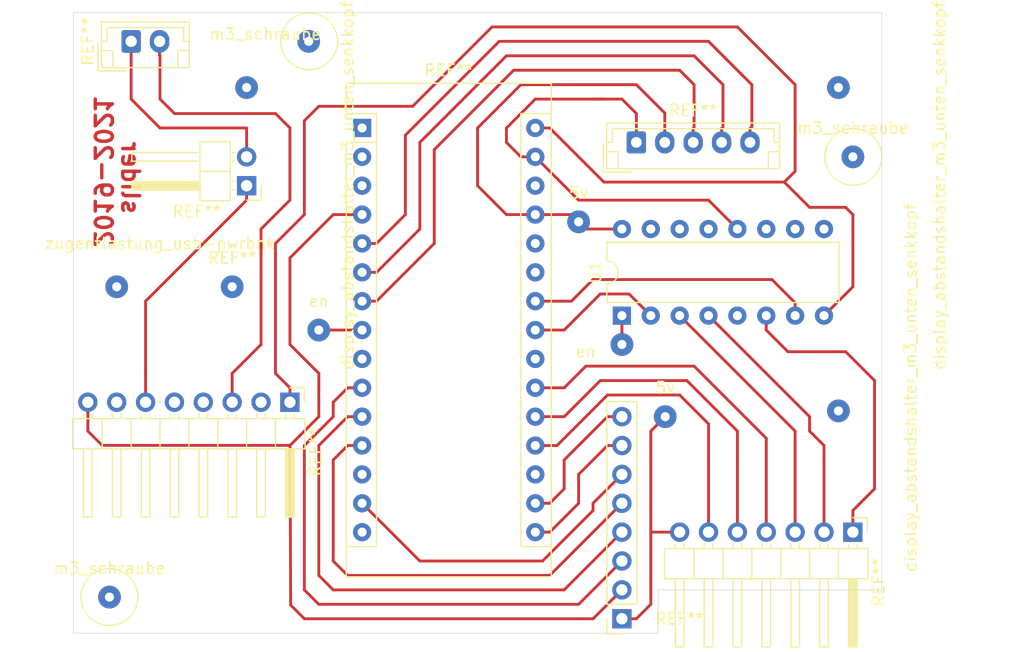
<source format=kicad_pcb>
(kicad_pcb (version 20171130) (host pcbnew "(5.1.5)-3")

  (general
    (thickness 1.6)
    (drawings 10)
    (tracks 193)
    (zones 0)
    (modules 20)
    (nets 21)
  )

  (page A4)
  (layers
    (0 F.Cu signal)
    (31 B.Cu signal)
    (32 B.Adhes user)
    (33 F.Adhes user)
    (34 B.Paste user)
    (35 F.Paste user)
    (36 B.SilkS user)
    (37 F.SilkS user)
    (38 B.Mask user)
    (39 F.Mask user)
    (40 Dwgs.User user)
    (41 Cmts.User user)
    (42 Eco1.User user)
    (43 Eco2.User user)
    (44 Edge.Cuts user)
    (45 Margin user)
    (46 B.CrtYd user)
    (47 F.CrtYd user)
    (48 B.Fab user)
    (49 F.Fab user hide)
  )

  (setup
    (last_trace_width 0.25)
    (user_trace_width 0.3)
    (user_trace_width 0.4)
    (trace_clearance 0.2)
    (zone_clearance 0.508)
    (zone_45_only no)
    (trace_min 0.2)
    (via_size 0.8)
    (via_drill 0.4)
    (via_min_size 0.4)
    (via_min_drill 0.3)
    (uvia_size 0.3)
    (uvia_drill 0.1)
    (uvias_allowed no)
    (uvia_min_size 0.2)
    (uvia_min_drill 0.1)
    (edge_width 0.05)
    (segment_width 0.2)
    (pcb_text_width 0.3)
    (pcb_text_size 1.5 1.5)
    (mod_edge_width 0.12)
    (mod_text_size 1 1)
    (mod_text_width 0.15)
    (pad_size 1.7 1.7)
    (pad_drill 1)
    (pad_to_mask_clearance 0.051)
    (solder_mask_min_width 0.25)
    (aux_axis_origin 0 0)
    (visible_elements 7FFFFFFF)
    (pcbplotparams
      (layerselection 0x00000_7fffffff)
      (usegerberextensions false)
      (usegerberattributes false)
      (usegerberadvancedattributes false)
      (creategerberjobfile false)
      (excludeedgelayer false)
      (linewidth 0.100000)
      (plotframeref false)
      (viasonmask false)
      (mode 1)
      (useauxorigin false)
      (hpglpennumber 1)
      (hpglpenspeed 20)
      (hpglpendiameter 15.000000)
      (psnegative false)
      (psa4output false)
      (plotreference false)
      (plotvalue false)
      (plotinvisibletext false)
      (padsonsilk true)
      (subtractmaskfromsilk false)
      (outputformat 1)
      (mirror false)
      (drillshape 0)
      (scaleselection 1)
      (outputdirectory "../../../../../Desktop/"))
  )

  (net 0 "")
  (net 1 "Net-(A1-Pad24)")
  (net 2 "Net-(A1-Pad8)")
  (net 3 ardu_vcc)
  (net 4 ardu_gnd)
  (net 5 end_signal)
  (net 6 encoder_clk)
  (net 7 encoder_dt)
  (net 8 encoder_sw)
  (net 9 ardu_5V)
  (net 10 "Net-(A1-Pad23)")
  (net 11 "Net-(U1-Pad15)")
  (net 12 "Net-(U1-Pad14)")
  (net 13 "Net-(U1-Pad13)")
  (net 14 "Net-(U1-Pad5)")
  (net 15 "Net-(U1-Pad4)")
  (net 16 "Net-(U1-Pad11)")
  (net 17 "Net-(U1-Pad10)")
  (net 18 "Net-(U1-Pad9)")
  (net 19 mot_-)
  (net 20 mot_+)

  (net_class Default "This is the default net class."
    (clearance 0.2)
    (trace_width 0.25)
    (via_dia 0.8)
    (via_drill 0.4)
    (uvia_dia 0.3)
    (uvia_drill 0.1)
    (add_net "Net-(A1-Pad23)")
    (add_net "Net-(A1-Pad24)")
    (add_net "Net-(A1-Pad8)")
    (add_net "Net-(U1-Pad10)")
    (add_net "Net-(U1-Pad11)")
    (add_net "Net-(U1-Pad13)")
    (add_net "Net-(U1-Pad14)")
    (add_net "Net-(U1-Pad15)")
    (add_net "Net-(U1-Pad4)")
    (add_net "Net-(U1-Pad5)")
    (add_net "Net-(U1-Pad9)")
    (add_net ardu_5V)
    (add_net ardu_gnd)
    (add_net ardu_vcc)
    (add_net encoder_clk)
    (add_net encoder_dt)
    (add_net encoder_sw)
    (add_net end_signal)
    (add_net mot_+)
    (add_net mot_-)
  )

  (module Connector_Wire:SolderWirePad_1x01_Drill0.8mm (layer F.Cu) (tedit 5A2676A0) (tstamp 618FF22A)
    (at 71.12 47.244)
    (descr "Wire solder connection")
    (tags connector)
    (attr virtual)
    (fp_text reference display_abstandshalter_m3_unten_senkkopf (at 8.89 8.636 90) (layer F.SilkS)
      (effects (font (size 1 1) (thickness 0.15)))
    )
    (fp_text value . (at 0 2.54) (layer F.Fab)
      (effects (font (size 1 1) (thickness 0.15)))
    )
    (fp_text user %R (at 0 0) (layer F.Fab)
      (effects (font (size 1 1) (thickness 0.15)))
    )
    (fp_line (start -1.5 -1.5) (end 1.5 -1.5) (layer F.CrtYd) (width 0.05))
    (pad 1 thru_hole circle (at 0 0) (size 1.99898 1.99898) (drill 0.8001) (layers *.Cu *.Mask))
  )

  (module Connector_PinHeader_2.54mm:PinHeader_1x02_P2.54mm_Horizontal (layer F.Cu) (tedit 59FED5CB) (tstamp 61720D08)
    (at 71.12 55.88 180)
    (descr "Through hole angled pin header, 1x02, 2.54mm pitch, 6mm pin length, single row")
    (tags "Through hole angled pin header THT 1x02 2.54mm single row")
    (fp_text reference REF** (at 4.385 -2.27) (layer F.SilkS)
      (effects (font (size 1 1) (thickness 0.15)))
    )
    (fp_text value PinHeader_1x02_P2.54mm_Horizontal (at 4.385 4.81) (layer F.Fab)
      (effects (font (size 1 1) (thickness 0.15)))
    )
    (fp_text user %R (at 2.77 1.27 90) (layer F.Fab)
      (effects (font (size 1 1) (thickness 0.15)))
    )
    (fp_line (start 10.55 -1.8) (end -1.8 -1.8) (layer F.CrtYd) (width 0.05))
    (fp_line (start 10.55 4.35) (end 10.55 -1.8) (layer F.CrtYd) (width 0.05))
    (fp_line (start -1.8 4.35) (end 10.55 4.35) (layer F.CrtYd) (width 0.05))
    (fp_line (start -1.8 -1.8) (end -1.8 4.35) (layer F.CrtYd) (width 0.05))
    (fp_line (start -1.27 -1.27) (end 0 -1.27) (layer F.SilkS) (width 0.12))
    (fp_line (start -1.27 0) (end -1.27 -1.27) (layer F.SilkS) (width 0.12))
    (fp_line (start 1.042929 2.92) (end 1.44 2.92) (layer F.SilkS) (width 0.12))
    (fp_line (start 1.042929 2.16) (end 1.44 2.16) (layer F.SilkS) (width 0.12))
    (fp_line (start 10.1 2.92) (end 4.1 2.92) (layer F.SilkS) (width 0.12))
    (fp_line (start 10.1 2.16) (end 10.1 2.92) (layer F.SilkS) (width 0.12))
    (fp_line (start 4.1 2.16) (end 10.1 2.16) (layer F.SilkS) (width 0.12))
    (fp_line (start 1.44 1.27) (end 4.1 1.27) (layer F.SilkS) (width 0.12))
    (fp_line (start 1.11 0.38) (end 1.44 0.38) (layer F.SilkS) (width 0.12))
    (fp_line (start 1.11 -0.38) (end 1.44 -0.38) (layer F.SilkS) (width 0.12))
    (fp_line (start 4.1 0.28) (end 10.1 0.28) (layer F.SilkS) (width 0.12))
    (fp_line (start 4.1 0.16) (end 10.1 0.16) (layer F.SilkS) (width 0.12))
    (fp_line (start 4.1 0.04) (end 10.1 0.04) (layer F.SilkS) (width 0.12))
    (fp_line (start 4.1 -0.08) (end 10.1 -0.08) (layer F.SilkS) (width 0.12))
    (fp_line (start 4.1 -0.2) (end 10.1 -0.2) (layer F.SilkS) (width 0.12))
    (fp_line (start 4.1 -0.32) (end 10.1 -0.32) (layer F.SilkS) (width 0.12))
    (fp_line (start 10.1 0.38) (end 4.1 0.38) (layer F.SilkS) (width 0.12))
    (fp_line (start 10.1 -0.38) (end 10.1 0.38) (layer F.SilkS) (width 0.12))
    (fp_line (start 4.1 -0.38) (end 10.1 -0.38) (layer F.SilkS) (width 0.12))
    (fp_line (start 4.1 -1.33) (end 1.44 -1.33) (layer F.SilkS) (width 0.12))
    (fp_line (start 4.1 3.87) (end 4.1 -1.33) (layer F.SilkS) (width 0.12))
    (fp_line (start 1.44 3.87) (end 4.1 3.87) (layer F.SilkS) (width 0.12))
    (fp_line (start 1.44 -1.33) (end 1.44 3.87) (layer F.SilkS) (width 0.12))
    (fp_line (start 4.04 2.86) (end 10.04 2.86) (layer F.Fab) (width 0.1))
    (fp_line (start 10.04 2.22) (end 10.04 2.86) (layer F.Fab) (width 0.1))
    (fp_line (start 4.04 2.22) (end 10.04 2.22) (layer F.Fab) (width 0.1))
    (fp_line (start -0.32 2.86) (end 1.5 2.86) (layer F.Fab) (width 0.1))
    (fp_line (start -0.32 2.22) (end -0.32 2.86) (layer F.Fab) (width 0.1))
    (fp_line (start -0.32 2.22) (end 1.5 2.22) (layer F.Fab) (width 0.1))
    (fp_line (start 4.04 0.32) (end 10.04 0.32) (layer F.Fab) (width 0.1))
    (fp_line (start 10.04 -0.32) (end 10.04 0.32) (layer F.Fab) (width 0.1))
    (fp_line (start 4.04 -0.32) (end 10.04 -0.32) (layer F.Fab) (width 0.1))
    (fp_line (start -0.32 0.32) (end 1.5 0.32) (layer F.Fab) (width 0.1))
    (fp_line (start -0.32 -0.32) (end -0.32 0.32) (layer F.Fab) (width 0.1))
    (fp_line (start -0.32 -0.32) (end 1.5 -0.32) (layer F.Fab) (width 0.1))
    (fp_line (start 1.5 -0.635) (end 2.135 -1.27) (layer F.Fab) (width 0.1))
    (fp_line (start 1.5 3.81) (end 1.5 -0.635) (layer F.Fab) (width 0.1))
    (fp_line (start 4.04 3.81) (end 1.5 3.81) (layer F.Fab) (width 0.1))
    (fp_line (start 4.04 -1.27) (end 4.04 3.81) (layer F.Fab) (width 0.1))
    (fp_line (start 2.135 -1.27) (end 4.04 -1.27) (layer F.Fab) (width 0.1))
    (pad 2 thru_hole oval (at 0 2.54 180) (size 1.7 1.7) (drill 1) (layers *.Cu *.Mask))
    (pad 1 thru_hole rect (at 0 0 180) (size 1.7 1.7) (drill 1) (layers *.Cu *.Mask))
    (model ${KISYS3DMOD}/Connector_PinHeader_2.54mm.3dshapes/PinHeader_1x02_P2.54mm_Horizontal.wrl
      (at (xyz 0 0 0))
      (scale (xyz 1 1 1))
      (rotate (xyz 0 0 0))
    )
  )

  (module Connector_PinHeader_2.54mm:PinHeader_1x07_P2.54mm_Horizontal (layer F.Cu) (tedit 618F019D) (tstamp 618F6465)
    (at 124.46 86.36 270)
    (descr "Through hole angled pin header, 1x07, 2.54mm pitch, 6mm pin length, single row")
    (tags "Through hole angled pin header THT 1x07 2.54mm single row")
    (fp_text reference REF** (at 4.385 -2.27 90) (layer F.SilkS)
      (effects (font (size 1 1) (thickness 0.15)))
    )
    (fp_text value PinHeader_1x07_P2.54mm_Horizontal (at 4.385 17.51 90) (layer F.Fab)
      (effects (font (size 1 1) (thickness 0.15)))
    )
    (fp_text user %R (at 2.77 7.62) (layer F.Fab)
      (effects (font (size 1 1) (thickness 0.15)))
    )
    (fp_line (start 10.55 -1.8) (end -1.8 -1.8) (layer F.CrtYd) (width 0.05))
    (fp_line (start 10.55 17.05) (end 10.55 -1.8) (layer F.CrtYd) (width 0.05))
    (fp_line (start -1.8 17.05) (end 10.55 17.05) (layer F.CrtYd) (width 0.05))
    (fp_line (start -1.8 -1.8) (end -1.8 17.05) (layer F.CrtYd) (width 0.05))
    (fp_line (start -1.27 -1.27) (end 0 -1.27) (layer F.SilkS) (width 0.12))
    (fp_line (start -1.27 0) (end -1.27 -1.27) (layer F.SilkS) (width 0.12))
    (fp_line (start 1.042929 15.62) (end 1.44 15.62) (layer F.SilkS) (width 0.12))
    (fp_line (start 1.042929 14.86) (end 1.44 14.86) (layer F.SilkS) (width 0.12))
    (fp_line (start 10.1 15.62) (end 4.1 15.62) (layer F.SilkS) (width 0.12))
    (fp_line (start 10.1 14.86) (end 10.1 15.62) (layer F.SilkS) (width 0.12))
    (fp_line (start 4.1 14.86) (end 10.1 14.86) (layer F.SilkS) (width 0.12))
    (fp_line (start 1.44 13.97) (end 4.1 13.97) (layer F.SilkS) (width 0.12))
    (fp_line (start 1.042929 13.08) (end 1.44 13.08) (layer F.SilkS) (width 0.12))
    (fp_line (start 1.042929 12.32) (end 1.44 12.32) (layer F.SilkS) (width 0.12))
    (fp_line (start 10.1 13.08) (end 4.1 13.08) (layer F.SilkS) (width 0.12))
    (fp_line (start 10.1 12.32) (end 10.1 13.08) (layer F.SilkS) (width 0.12))
    (fp_line (start 4.1 12.32) (end 10.1 12.32) (layer F.SilkS) (width 0.12))
    (fp_line (start 1.44 11.43) (end 4.1 11.43) (layer F.SilkS) (width 0.12))
    (fp_line (start 1.042929 10.54) (end 1.44 10.54) (layer F.SilkS) (width 0.12))
    (fp_line (start 1.042929 9.78) (end 1.44 9.78) (layer F.SilkS) (width 0.12))
    (fp_line (start 10.1 10.54) (end 4.1 10.54) (layer F.SilkS) (width 0.12))
    (fp_line (start 10.1 9.78) (end 10.1 10.54) (layer F.SilkS) (width 0.12))
    (fp_line (start 4.1 9.78) (end 10.1 9.78) (layer F.SilkS) (width 0.12))
    (fp_line (start 1.44 8.89) (end 4.1 8.89) (layer F.SilkS) (width 0.12))
    (fp_line (start 1.042929 8) (end 1.44 8) (layer F.SilkS) (width 0.12))
    (fp_line (start 1.042929 7.24) (end 1.44 7.24) (layer F.SilkS) (width 0.12))
    (fp_line (start 10.1 8) (end 4.1 8) (layer F.SilkS) (width 0.12))
    (fp_line (start 10.1 7.24) (end 10.1 8) (layer F.SilkS) (width 0.12))
    (fp_line (start 4.1 7.24) (end 10.1 7.24) (layer F.SilkS) (width 0.12))
    (fp_line (start 1.44 6.35) (end 4.1 6.35) (layer F.SilkS) (width 0.12))
    (fp_line (start 1.042929 5.46) (end 1.44 5.46) (layer F.SilkS) (width 0.12))
    (fp_line (start 1.042929 4.7) (end 1.44 4.7) (layer F.SilkS) (width 0.12))
    (fp_line (start 10.1 5.46) (end 4.1 5.46) (layer F.SilkS) (width 0.12))
    (fp_line (start 10.1 4.7) (end 10.1 5.46) (layer F.SilkS) (width 0.12))
    (fp_line (start 4.1 4.7) (end 10.1 4.7) (layer F.SilkS) (width 0.12))
    (fp_line (start 1.44 3.81) (end 4.1 3.81) (layer F.SilkS) (width 0.12))
    (fp_line (start 1.042929 2.92) (end 1.44 2.92) (layer F.SilkS) (width 0.12))
    (fp_line (start 1.042929 2.16) (end 1.44 2.16) (layer F.SilkS) (width 0.12))
    (fp_line (start 10.1 2.92) (end 4.1 2.92) (layer F.SilkS) (width 0.12))
    (fp_line (start 10.1 2.16) (end 10.1 2.92) (layer F.SilkS) (width 0.12))
    (fp_line (start 4.1 2.16) (end 10.1 2.16) (layer F.SilkS) (width 0.12))
    (fp_line (start 1.44 1.27) (end 4.1 1.27) (layer F.SilkS) (width 0.12))
    (fp_line (start 1.11 0.38) (end 1.44 0.38) (layer F.SilkS) (width 0.12))
    (fp_line (start 1.11 -0.38) (end 1.44 -0.38) (layer F.SilkS) (width 0.12))
    (fp_line (start 4.1 0.28) (end 10.1 0.28) (layer F.SilkS) (width 0.12))
    (fp_line (start 4.1 0.16) (end 10.1 0.16) (layer F.SilkS) (width 0.12))
    (fp_line (start 4.1 0.04) (end 10.1 0.04) (layer F.SilkS) (width 0.12))
    (fp_line (start 4.1 -0.08) (end 10.1 -0.08) (layer F.SilkS) (width 0.12))
    (fp_line (start 4.1 -0.2) (end 10.1 -0.2) (layer F.SilkS) (width 0.12))
    (fp_line (start 4.1 -0.32) (end 10.1 -0.32) (layer F.SilkS) (width 0.12))
    (fp_line (start 10.1 0.38) (end 4.1 0.38) (layer F.SilkS) (width 0.12))
    (fp_line (start 10.1 -0.38) (end 10.1 0.38) (layer F.SilkS) (width 0.12))
    (fp_line (start 4.1 -0.38) (end 10.1 -0.38) (layer F.SilkS) (width 0.12))
    (fp_line (start 4.1 -1.33) (end 1.44 -1.33) (layer F.SilkS) (width 0.12))
    (fp_line (start 4.1 16.57) (end 4.1 -1.33) (layer F.SilkS) (width 0.12))
    (fp_line (start 1.44 16.57) (end 4.1 16.57) (layer F.SilkS) (width 0.12))
    (fp_line (start 1.44 -1.33) (end 1.44 16.57) (layer F.SilkS) (width 0.12))
    (fp_line (start 4.04 15.56) (end 10.04 15.56) (layer F.Fab) (width 0.1))
    (fp_line (start 10.04 14.92) (end 10.04 15.56) (layer F.Fab) (width 0.1))
    (fp_line (start 4.04 14.92) (end 10.04 14.92) (layer F.Fab) (width 0.1))
    (fp_line (start -0.32 15.56) (end 1.5 15.56) (layer F.Fab) (width 0.1))
    (fp_line (start -0.32 14.92) (end -0.32 15.56) (layer F.Fab) (width 0.1))
    (fp_line (start -0.32 14.92) (end 1.5 14.92) (layer F.Fab) (width 0.1))
    (fp_line (start 4.04 13.02) (end 10.04 13.02) (layer F.Fab) (width 0.1))
    (fp_line (start 10.04 12.38) (end 10.04 13.02) (layer F.Fab) (width 0.1))
    (fp_line (start 4.04 12.38) (end 10.04 12.38) (layer F.Fab) (width 0.1))
    (fp_line (start -0.32 13.02) (end 1.5 13.02) (layer F.Fab) (width 0.1))
    (fp_line (start -0.32 12.38) (end -0.32 13.02) (layer F.Fab) (width 0.1))
    (fp_line (start -0.32 12.38) (end 1.5 12.38) (layer F.Fab) (width 0.1))
    (fp_line (start 4.04 10.48) (end 10.04 10.48) (layer F.Fab) (width 0.1))
    (fp_line (start 10.04 9.84) (end 10.04 10.48) (layer F.Fab) (width 0.1))
    (fp_line (start 4.04 9.84) (end 10.04 9.84) (layer F.Fab) (width 0.1))
    (fp_line (start -0.32 10.48) (end 1.5 10.48) (layer F.Fab) (width 0.1))
    (fp_line (start -0.32 9.84) (end -0.32 10.48) (layer F.Fab) (width 0.1))
    (fp_line (start -0.32 9.84) (end 1.5 9.84) (layer F.Fab) (width 0.1))
    (fp_line (start 4.04 7.94) (end 10.04 7.94) (layer F.Fab) (width 0.1))
    (fp_line (start 10.04 7.3) (end 10.04 7.94) (layer F.Fab) (width 0.1))
    (fp_line (start 4.04 7.3) (end 10.04 7.3) (layer F.Fab) (width 0.1))
    (fp_line (start -0.32 7.94) (end 1.5 7.94) (layer F.Fab) (width 0.1))
    (fp_line (start -0.32 7.3) (end -0.32 7.94) (layer F.Fab) (width 0.1))
    (fp_line (start -0.32 7.3) (end 1.5 7.3) (layer F.Fab) (width 0.1))
    (fp_line (start 4.04 5.4) (end 10.04 5.4) (layer F.Fab) (width 0.1))
    (fp_line (start 10.04 4.76) (end 10.04 5.4) (layer F.Fab) (width 0.1))
    (fp_line (start 4.04 4.76) (end 10.04 4.76) (layer F.Fab) (width 0.1))
    (fp_line (start -0.32 5.4) (end 1.5 5.4) (layer F.Fab) (width 0.1))
    (fp_line (start -0.32 4.76) (end -0.32 5.4) (layer F.Fab) (width 0.1))
    (fp_line (start -0.32 4.76) (end 1.5 4.76) (layer F.Fab) (width 0.1))
    (fp_line (start 4.04 2.86) (end 10.04 2.86) (layer F.Fab) (width 0.1))
    (fp_line (start 10.04 2.22) (end 10.04 2.86) (layer F.Fab) (width 0.1))
    (fp_line (start 4.04 2.22) (end 10.04 2.22) (layer F.Fab) (width 0.1))
    (fp_line (start -0.32 2.86) (end 1.5 2.86) (layer F.Fab) (width 0.1))
    (fp_line (start -0.32 2.22) (end -0.32 2.86) (layer F.Fab) (width 0.1))
    (fp_line (start -0.32 2.22) (end 1.5 2.22) (layer F.Fab) (width 0.1))
    (fp_line (start 4.04 0.32) (end 10.04 0.32) (layer F.Fab) (width 0.1))
    (fp_line (start 10.04 -0.32) (end 10.04 0.32) (layer F.Fab) (width 0.1))
    (fp_line (start 4.04 -0.32) (end 10.04 -0.32) (layer F.Fab) (width 0.1))
    (fp_line (start -0.32 0.32) (end 1.5 0.32) (layer F.Fab) (width 0.1))
    (fp_line (start -0.32 -0.32) (end -0.32 0.32) (layer F.Fab) (width 0.1))
    (fp_line (start -0.32 -0.32) (end 1.5 -0.32) (layer F.Fab) (width 0.1))
    (fp_line (start 1.5 -0.635) (end 2.135 -1.27) (layer F.Fab) (width 0.1))
    (fp_line (start 1.5 16.51) (end 1.5 -0.635) (layer F.Fab) (width 0.1))
    (fp_line (start 4.04 16.51) (end 1.5 16.51) (layer F.Fab) (width 0.1))
    (fp_line (start 4.04 -1.27) (end 4.04 16.51) (layer F.Fab) (width 0.1))
    (fp_line (start 2.135 -1.27) (end 4.04 -1.27) (layer F.Fab) (width 0.1))
    (pad 7 thru_hole oval (at 0 15.24 270) (size 1.7 1.7) (drill 1) (layers *.Cu *.Mask))
    (pad 6 thru_hole oval (at 0 12.7 270) (size 1.7 1.7) (drill 1) (layers *.Cu *.Mask))
    (pad 5 thru_hole oval (at 0 10.16 270) (size 1.7 1.7) (drill 1) (layers *.Cu *.Mask))
    (pad 4 thru_hole oval (at 0 7.62 270) (size 1.7 1.7) (drill 1) (layers *.Cu *.Mask))
    (pad 3 thru_hole oval (at 0 5.08 270) (size 1.7 1.7) (drill 1) (layers *.Cu *.Mask))
    (pad 2 thru_hole oval (at 0 2.54 270) (size 1.7 1.7) (drill 1) (layers *.Cu *.Mask))
    (pad 1 thru_hole rect (at 0 0 270) (size 1.7 1.7) (drill 1) (layers *.Cu *.Mask))
    (model ${KISYS3DMOD}/Connector_PinHeader_2.54mm.3dshapes/DS1022-1x7RUF11.STEP
      (offset (xyz 0 -15.25 0))
      (scale (xyz 1 1 1))
      (rotate (xyz -90 0 90))
    )
  )

  (module Module:Arduino_Nano (layer F.Cu) (tedit 618C1356) (tstamp 6186D7B1)
    (at 81.28 50.8)
    (descr "Arduino Nano, http://www.mouser.com/pdfdocs/Gravitech_Arduino_Nano3_0.pdf")
    (tags "Arduino Nano")
    (fp_text reference REF** (at 7.62 -5.08) (layer F.SilkS)
      (effects (font (size 1 1) (thickness 0.15)))
    )
    (fp_text value Arduino_Nano (at 8.89 19.05 90) (layer F.Fab)
      (effects (font (size 1 1) (thickness 0.15)))
    )
    (fp_line (start 16.75 42.16) (end -1.53 42.16) (layer F.CrtYd) (width 0.05))
    (fp_line (start 16.75 42.16) (end 16.75 -4.06) (layer F.CrtYd) (width 0.05))
    (fp_line (start -1.53 -4.06) (end -1.53 42.16) (layer F.CrtYd) (width 0.05))
    (fp_line (start -1.53 -4.06) (end 16.75 -4.06) (layer F.CrtYd) (width 0.05))
    (fp_line (start 16.51 -3.81) (end 16.51 39.37) (layer F.Fab) (width 0.1))
    (fp_line (start 0 -3.81) (end 16.51 -3.81) (layer F.Fab) (width 0.1))
    (fp_line (start -1.27 -2.54) (end 0 -3.81) (layer F.Fab) (width 0.1))
    (fp_line (start -1.27 39.37) (end -1.27 -2.54) (layer F.Fab) (width 0.1))
    (fp_line (start 16.51 39.37) (end -1.27 39.37) (layer F.Fab) (width 0.1))
    (fp_line (start 16.64 -3.94) (end -1.4 -3.94) (layer F.SilkS) (width 0.12))
    (fp_line (start 16.64 39.5) (end 16.64 -3.94) (layer F.SilkS) (width 0.12))
    (fp_line (start -1.4 39.5) (end 16.64 39.5) (layer F.SilkS) (width 0.12))
    (fp_line (start 3.81 41.91) (end 3.81 31.75) (layer F.Fab) (width 0.1))
    (fp_line (start 11.43 41.91) (end 3.81 41.91) (layer F.Fab) (width 0.1))
    (fp_line (start 11.43 31.75) (end 11.43 41.91) (layer F.Fab) (width 0.1))
    (fp_line (start 3.81 31.75) (end 11.43 31.75) (layer F.Fab) (width 0.1))
    (fp_line (start 1.27 36.83) (end -1.4 36.83) (layer F.SilkS) (width 0.12))
    (fp_line (start 1.27 1.27) (end 1.27 36.83) (layer F.SilkS) (width 0.12))
    (fp_line (start 1.27 1.27) (end -1.4 1.27) (layer F.SilkS) (width 0.12))
    (fp_line (start 13.97 36.83) (end 16.64 36.83) (layer F.SilkS) (width 0.12))
    (fp_line (start 13.97 -1.27) (end 13.97 36.83) (layer F.SilkS) (width 0.12))
    (fp_line (start 13.97 -1.27) (end 16.64 -1.27) (layer F.SilkS) (width 0.12))
    (fp_line (start -1.4 -3.94) (end -1.4 -1.27) (layer F.SilkS) (width 0.12))
    (fp_line (start -1.4 1.27) (end -1.4 39.5) (layer F.SilkS) (width 0.12))
    (fp_line (start 1.27 -1.27) (end -1.4 -1.27) (layer F.SilkS) (width 0.12))
    (fp_line (start 1.27 1.27) (end 1.27 -1.27) (layer F.SilkS) (width 0.12))
    (fp_text user %R (at 6.35 19.05 90) (layer F.Fab)
      (effects (font (size 1 1) (thickness 0.15)))
    )
    (pad 16 thru_hole oval (at 15.24 35.56) (size 1.6 1.6) (drill 0.8) (layers *.Cu *.Mask))
    (pad 15 thru_hole oval (at 0 35.56) (size 1.6 1.6) (drill 0.8) (layers *.Cu *.Mask))
    (pad 30 thru_hole oval (at 15.24 0) (size 1.6 1.6) (drill 0.8) (layers *.Cu *.Mask))
    (pad 14 thru_hole oval (at 0 33.02) (size 1.6 1.6) (drill 0.8) (layers *.Cu *.Mask))
    (pad 29 thru_hole oval (at 15.24 2.54) (size 1.6 1.6) (drill 0.8) (layers *.Cu *.Mask))
    (pad 13 thru_hole oval (at 0 30.48) (size 1.6 1.6) (drill 0.8) (layers *.Cu *.Mask))
    (pad 28 thru_hole oval (at 15.24 5.08) (size 1.6 1.6) (drill 0.8) (layers *.Cu *.Mask))
    (pad 12 thru_hole oval (at 0 27.94) (size 1.6 1.6) (drill 0.8) (layers *.Cu *.Mask))
    (pad 27 thru_hole oval (at 15.24 7.62) (size 1.6 1.6) (drill 0.8) (layers *.Cu *.Mask))
    (pad 11 thru_hole oval (at 0 25.4) (size 1.6 1.6) (drill 0.8) (layers *.Cu *.Mask))
    (pad 26 thru_hole oval (at 15.24 10.16) (size 1.6 1.6) (drill 0.8) (layers *.Cu *.Mask))
    (pad 10 thru_hole oval (at 0 22.86) (size 1.6 1.6) (drill 0.8) (layers *.Cu *.Mask))
    (pad 25 thru_hole oval (at 15.24 12.7) (size 1.6 1.6) (drill 0.8) (layers *.Cu *.Mask))
    (pad 9 thru_hole oval (at 0 20.32) (size 1.6 1.6) (drill 0.8) (layers *.Cu *.Mask))
    (pad 24 thru_hole oval (at 15.24 15.24) (size 1.6 1.6) (drill 0.8) (layers *.Cu *.Mask))
    (pad 8 thru_hole oval (at 0 17.78) (size 1.6 1.6) (drill 0.8) (layers *.Cu *.Mask))
    (pad 23 thru_hole oval (at 15.24 17.78) (size 1.6 1.6) (drill 0.8) (layers *.Cu *.Mask))
    (pad 7 thru_hole oval (at 0 15.24) (size 1.6 1.6) (drill 0.8) (layers *.Cu *.Mask))
    (pad 22 thru_hole oval (at 15.24 20.32) (size 1.6 1.6) (drill 0.8) (layers *.Cu *.Mask))
    (pad 6 thru_hole oval (at 0 12.7) (size 1.6 1.6) (drill 0.8) (layers *.Cu *.Mask))
    (pad 21 thru_hole oval (at 15.24 22.86) (size 1.6 1.6) (drill 0.8) (layers *.Cu *.Mask)
      (net 5 end_signal))
    (pad 5 thru_hole oval (at 0 10.16) (size 1.6 1.6) (drill 0.8) (layers *.Cu *.Mask))
    (pad 20 thru_hole oval (at 15.24 25.4) (size 1.6 1.6) (drill 0.8) (layers *.Cu *.Mask))
    (pad 4 thru_hole oval (at 0 7.62) (size 1.6 1.6) (drill 0.8) (layers *.Cu *.Mask))
    (pad 19 thru_hole oval (at 15.24 27.94) (size 1.6 1.6) (drill 0.8) (layers *.Cu *.Mask))
    (pad 3 thru_hole oval (at 0 5.08) (size 1.6 1.6) (drill 0.8) (layers *.Cu *.Mask))
    (pad 18 thru_hole oval (at 15.24 30.48) (size 1.6 1.6) (drill 0.8) (layers *.Cu *.Mask))
    (pad 2 thru_hole oval (at 0 2.54) (size 1.6 1.6) (drill 0.8) (layers *.Cu *.Mask))
    (pad 17 thru_hole oval (at 15.24 33.02) (size 1.6 1.6) (drill 0.8) (layers *.Cu *.Mask))
    (pad 1 thru_hole rect (at 0 0) (size 1.6 1.6) (drill 0.8) (layers *.Cu *.Mask))
    (model "C:/Users/Maurice/Documents/KiCad/kicad-lib-arduino-main/Arduino Nano_pbs_simplified.step"
      (offset (xyz 0 0 3))
      (scale (xyz 1 1 1))
      (rotate (xyz 0 0 -90))
    )
  )

  (module Connector_Wire:SolderWirePad_1x01_Drill0.8mm (layer F.Cu) (tedit 5A2676A0) (tstamp 6185A444)
    (at 124.46 53.34)
    (descr "Wire solder connection")
    (tags connector)
    (attr virtual)
    (fp_text reference m3_schraube (at 0 -2.54) (layer F.SilkS)
      (effects (font (size 1 1) (thickness 0.15)))
    )
    (fp_text value . (at 0 2.54) (layer F.Fab)
      (effects (font (size 1 1) (thickness 0.15)))
    )
    (fp_text user %R (at 0 0) (layer F.Fab)
      (effects (font (size 1 1) (thickness 0.15)))
    )
    (fp_line (start -1.5 -1.5) (end 1.5 -1.5) (layer F.CrtYd) (width 0.05))
    (pad 1 thru_hole circle (at 0 0) (size 1.99898 1.99898) (drill 0.8001) (layers *.Cu *.Mask))
  )

  (module Connector_Wire:SolderWirePad_1x01_Drill0.8mm (layer F.Cu) (tedit 5A2676A0) (tstamp 61818323)
    (at 69.85 64.77)
    (descr "Wire solder connection")
    (tags connector)
    (attr virtual)
    (fp_text reference REF** (at 0 -2.54) (layer F.SilkS)
      (effects (font (size 1 1) (thickness 0.15)))
    )
    (fp_text value 0.8mm (at 0 2.54) (layer F.Fab)
      (effects (font (size 1 1) (thickness 0.15)))
    )
    (fp_text user %R (at 0 0) (layer F.Fab)
      (effects (font (size 1 1) (thickness 0.15)))
    )
    (fp_line (start -1.5 -1.5) (end 1.5 -1.5) (layer F.CrtYd) (width 0.05))
    (fp_line (start -1.5 -1.5) (end -1.5 1.5) (layer F.CrtYd) (width 0.05))
    (fp_line (start 1.5 1.5) (end 1.5 -1.5) (layer F.CrtYd) (width 0.05))
    (fp_line (start 1.5 1.5) (end -1.5 1.5) (layer F.CrtYd) (width 0.05))
    (pad 1 thru_hole circle (at 0 0) (size 1.99898 1.99898) (drill 0.8001) (layers *.Cu *.Mask))
  )

  (module Connector_Wire:SolderWirePad_1x01_Drill0.8mm (layer F.Cu) (tedit 5A2676A0) (tstamp 618182F5)
    (at 59.69 64.77)
    (descr "Wire solder connection")
    (tags connector)
    (attr virtual)
    (fp_text reference zugentlastung_usb-pwrbnk (at 3.81 -3.81) (layer F.SilkS)
      (effects (font (size 1 1) (thickness 0.15)))
    )
    (fp_text value 0.8mm (at 0 2.54) (layer F.Fab)
      (effects (font (size 1 1) (thickness 0.15)))
    )
    (fp_text user %R (at 0 0) (layer F.Fab)
      (effects (font (size 1 1) (thickness 0.15)))
    )
    (fp_line (start -1.5 -1.5) (end 1.5 -1.5) (layer F.CrtYd) (width 0.05))
    (fp_line (start -1.5 -1.5) (end -1.5 1.5) (layer F.CrtYd) (width 0.05))
    (fp_line (start 1.5 1.5) (end 1.5 -1.5) (layer F.CrtYd) (width 0.05))
    (fp_line (start 1.5 1.5) (end -1.5 1.5) (layer F.CrtYd) (width 0.05))
    (pad 1 thru_hole circle (at 0 0) (size 1.99898 1.99898) (drill 0.8001) (layers *.Cu *.Mask))
  )

  (module Connector_Wire:SolderWirePad_1x01_Drill0.8mm (layer F.Cu) (tedit 61818027) (tstamp 61817FF7)
    (at 104.14 69.85)
    (descr "Wire solder connection")
    (tags connector)
    (attr virtual)
    (fp_text reference en (at -3.175 0.635) (layer F.SilkS)
      (effects (font (size 1 1) (thickness 0.15)))
    )
    (fp_text value . (at 0 2.54) (layer F.Fab)
      (effects (font (size 1 1) (thickness 0.15)))
    )
    (fp_text user %R (at 0 0) (layer F.Fab)
      (effects (font (size 1 1) (thickness 0.15)))
    )
    (fp_line (start 1.5 1.5) (end -1.5 1.5) (layer F.CrtYd) (width 0.05))
    (fp_line (start 1.5 1.5) (end 1.5 -1.5) (layer F.CrtYd) (width 0.05))
    (fp_line (start -1.5 -1.5) (end -1.5 1.5) (layer F.CrtYd) (width 0.05))
    (fp_line (start -1.5 -1.5) (end 1.5 -1.5) (layer F.CrtYd) (width 0.05))
    (pad 1 thru_hole circle (at 0 0) (size 1.99898 1.99898) (drill 0.8001) (layers *.Cu *.Mask)
      (net 2 "Net-(A1-Pad8)"))
  )

  (module Package_DIP:DIP-16_W7.62mm (layer F.Cu) (tedit 5A02E8C5) (tstamp 617AD2E7)
    (at 104.14 67.31 90)
    (descr "16-lead though-hole mounted DIP package, row spacing 7.62 mm (300 mils)")
    (tags "THT DIP DIL PDIP 2.54mm 7.62mm 300mil")
    (path /617B0205)
    (fp_text reference U1 (at 3.81 -2.33 90) (layer F.SilkS)
      (effects (font (size 1 1) (thickness 0.15)))
    )
    (fp_text value L293D (at 3.81 20.11 90) (layer F.Fab)
      (effects (font (size 1 1) (thickness 0.15)))
    )
    (fp_text user %R (at 3.81 8.89 90) (layer F.Fab)
      (effects (font (size 1 1) (thickness 0.15)))
    )
    (fp_line (start 8.7 -1.55) (end -1.1 -1.55) (layer F.CrtYd) (width 0.05))
    (fp_line (start 8.7 19.3) (end 8.7 -1.55) (layer F.CrtYd) (width 0.05))
    (fp_line (start -1.1 19.3) (end 8.7 19.3) (layer F.CrtYd) (width 0.05))
    (fp_line (start -1.1 -1.55) (end -1.1 19.3) (layer F.CrtYd) (width 0.05))
    (fp_line (start 6.46 -1.33) (end 4.81 -1.33) (layer F.SilkS) (width 0.12))
    (fp_line (start 6.46 19.11) (end 6.46 -1.33) (layer F.SilkS) (width 0.12))
    (fp_line (start 1.16 19.11) (end 6.46 19.11) (layer F.SilkS) (width 0.12))
    (fp_line (start 1.16 -1.33) (end 1.16 19.11) (layer F.SilkS) (width 0.12))
    (fp_line (start 2.81 -1.33) (end 1.16 -1.33) (layer F.SilkS) (width 0.12))
    (fp_line (start 0.635 -0.27) (end 1.635 -1.27) (layer F.Fab) (width 0.1))
    (fp_line (start 0.635 19.05) (end 0.635 -0.27) (layer F.Fab) (width 0.1))
    (fp_line (start 6.985 19.05) (end 0.635 19.05) (layer F.Fab) (width 0.1))
    (fp_line (start 6.985 -1.27) (end 6.985 19.05) (layer F.Fab) (width 0.1))
    (fp_line (start 1.635 -1.27) (end 6.985 -1.27) (layer F.Fab) (width 0.1))
    (fp_arc (start 3.81 -1.33) (end 2.81 -1.33) (angle -180) (layer F.SilkS) (width 0.12))
    (pad 16 thru_hole oval (at 7.62 0 90) (size 1.6 1.6) (drill 0.8) (layers *.Cu *.Mask)
      (net 9 ardu_5V))
    (pad 8 thru_hole oval (at 0 17.78 90) (size 1.6 1.6) (drill 0.8) (layers *.Cu *.Mask)
      (net 3 ardu_vcc))
    (pad 15 thru_hole oval (at 7.62 2.54 90) (size 1.6 1.6) (drill 0.8) (layers *.Cu *.Mask)
      (net 11 "Net-(U1-Pad15)"))
    (pad 7 thru_hole oval (at 0 15.24 90) (size 1.6 1.6) (drill 0.8) (layers *.Cu *.Mask)
      (net 1 "Net-(A1-Pad24)"))
    (pad 14 thru_hole oval (at 7.62 5.08 90) (size 1.6 1.6) (drill 0.8) (layers *.Cu *.Mask)
      (net 12 "Net-(U1-Pad14)"))
    (pad 6 thru_hole oval (at 0 12.7 90) (size 1.6 1.6) (drill 0.8) (layers *.Cu *.Mask)
      (net 19 mot_-))
    (pad 13 thru_hole oval (at 7.62 7.62 90) (size 1.6 1.6) (drill 0.8) (layers *.Cu *.Mask)
      (net 13 "Net-(U1-Pad13)"))
    (pad 5 thru_hole oval (at 0 10.16 90) (size 1.6 1.6) (drill 0.8) (layers *.Cu *.Mask)
      (net 14 "Net-(U1-Pad5)"))
    (pad 12 thru_hole oval (at 7.62 10.16 90) (size 1.6 1.6) (drill 0.8) (layers *.Cu *.Mask)
      (net 4 ardu_gnd))
    (pad 4 thru_hole oval (at 0 7.62 90) (size 1.6 1.6) (drill 0.8) (layers *.Cu *.Mask)
      (net 15 "Net-(U1-Pad4)"))
    (pad 11 thru_hole oval (at 7.62 12.7 90) (size 1.6 1.6) (drill 0.8) (layers *.Cu *.Mask)
      (net 16 "Net-(U1-Pad11)"))
    (pad 3 thru_hole oval (at 0 5.08 90) (size 1.6 1.6) (drill 0.8) (layers *.Cu *.Mask)
      (net 20 mot_+))
    (pad 10 thru_hole oval (at 7.62 15.24 90) (size 1.6 1.6) (drill 0.8) (layers *.Cu *.Mask)
      (net 17 "Net-(U1-Pad10)"))
    (pad 2 thru_hole oval (at 0 2.54 90) (size 1.6 1.6) (drill 0.8) (layers *.Cu *.Mask)
      (net 10 "Net-(A1-Pad23)"))
    (pad 9 thru_hole oval (at 7.62 17.78 90) (size 1.6 1.6) (drill 0.8) (layers *.Cu *.Mask)
      (net 18 "Net-(U1-Pad9)"))
    (pad 1 thru_hole rect (at 0 0 90) (size 1.6 1.6) (drill 0.8) (layers *.Cu *.Mask)
      (net 2 "Net-(A1-Pad8)"))
    (model ${KISYS3DMOD}/Package_DIP.3dshapes/DIP-16_W7.62mm.wrl
      (at (xyz 0 0 0))
      (scale (xyz 1 1 1))
      (rotate (xyz 0 0 0))
    )
  )

  (module Connector_Wire:SolderWirePad_1x01_Drill0.8mm (layer F.Cu) (tedit 617AFBE3) (tstamp 617B2A75)
    (at 77.47 68.58)
    (descr "Wire solder connection")
    (tags connector)
    (attr virtual)
    (fp_text reference en (at 0 -2.54) (layer F.SilkS)
      (effects (font (size 1 1) (thickness 0.15)))
    )
    (fp_text value . (at 0 2.54) (layer F.Fab)
      (effects (font (size 1 1) (thickness 0.15)))
    )
    (fp_line (start -1.5 -1.5) (end 1.5 -1.5) (layer F.CrtYd) (width 0.05))
    (fp_line (start -1.5 -1.5) (end -1.5 1.5) (layer F.CrtYd) (width 0.05))
    (fp_line (start 1.5 1.5) (end 1.5 -1.5) (layer F.CrtYd) (width 0.05))
    (fp_line (start 1.5 1.5) (end -1.5 1.5) (layer F.CrtYd) (width 0.05))
    (fp_text user %R (at 0 0) (layer F.Fab)
      (effects (font (size 1 1) (thickness 0.15)))
    )
    (pad 1 thru_hole circle (at 0 0) (size 1.99898 1.99898) (drill 0.8001) (layers *.Cu *.Mask)
      (net 2 "Net-(A1-Pad8)"))
  )

  (module Connector_Wire:SolderWirePad_1x01_Drill0.8mm (layer F.Cu) (tedit 617AF9EB) (tstamp 617B2256)
    (at 100.33 59.055)
    (descr "Wire solder connection")
    (tags connector)
    (attr virtual)
    (fp_text reference 5v (at 0 -2.54) (layer F.SilkS)
      (effects (font (size 1 1) (thickness 0.15)))
    )
    (fp_text value . (at 0 2.54) (layer F.Fab)
      (effects (font (size 1 1) (thickness 0.15)))
    )
    (fp_line (start -1.5 -1.5) (end 1.5 -1.5) (layer F.CrtYd) (width 0.05))
    (fp_line (start -1.5 -1.5) (end -1.5 1.5) (layer F.CrtYd) (width 0.05))
    (fp_line (start 1.5 1.5) (end 1.5 -1.5) (layer F.CrtYd) (width 0.05))
    (fp_line (start 1.5 1.5) (end -1.5 1.5) (layer F.CrtYd) (width 0.05))
    (fp_text user %R (at 0 0) (layer F.Fab)
      (effects (font (size 1 1) (thickness 0.15)))
    )
    (pad 1 thru_hole circle (at 0 0) (size 1.99898 1.99898) (drill 0.8001) (layers *.Cu *.Mask)
      (net 9 ardu_5V))
  )

  (module Connector_Wire:SolderWirePad_1x01_Drill0.8mm (layer F.Cu) (tedit 5A2676A0) (tstamp 617B2214)
    (at 107.95 76.2)
    (descr "Wire solder connection")
    (tags connector)
    (attr virtual)
    (fp_text reference 5v (at 0 -2.54) (layer F.SilkS)
      (effects (font (size 1 1) (thickness 0.15)))
    )
    (fp_text value . (at 2.54 0.635) (layer F.Fab)
      (effects (font (size 1 1) (thickness 0.15)))
    )
    (fp_line (start 1.5 1.5) (end -1.5 1.5) (layer F.CrtYd) (width 0.05))
    (fp_line (start 1.5 1.5) (end 1.5 -1.5) (layer F.CrtYd) (width 0.05))
    (fp_line (start -1.5 -1.5) (end -1.5 1.5) (layer F.CrtYd) (width 0.05))
    (fp_line (start -1.5 -1.5) (end 1.5 -1.5) (layer F.CrtYd) (width 0.05))
    (fp_text user %R (at 0 0) (layer F.Fab)
      (effects (font (size 1 1) (thickness 0.15)))
    )
    (pad 1 thru_hole circle (at 0 0) (size 1.99898 1.99898) (drill 0.8001) (layers *.Cu *.Mask))
  )

  (module Connector_Wire:SolderWirePad_1x01_Drill0.8mm (layer F.Cu) (tedit 5A2676A0) (tstamp 6176ECBA)
    (at 76.581 43.18)
    (descr "Wire solder connection")
    (tags connector)
    (attr virtual)
    (fp_text reference m3_schraube (at -3.81 -0.635) (layer F.SilkS)
      (effects (font (size 1 1) (thickness 0.15)))
    )
    (fp_text value . (at 0 2.54) (layer F.Fab)
      (effects (font (size 1 1) (thickness 0.15)))
    )
    (fp_text user %R (at 0 0) (layer F.Fab)
      (effects (font (size 1 1) (thickness 0.15)))
    )
    (fp_line (start -1.5 -1.5) (end 1.5 -1.5) (layer F.CrtYd) (width 0.05))
    (fp_line (start -1.5 -1.5) (end -1.5 1.5) (layer F.CrtYd) (width 0.05))
    (fp_line (start 1.5 1.5) (end 1.5 -1.5) (layer F.CrtYd) (width 0.05))
    (fp_line (start 1.5 1.5) (end -1.5 1.5) (layer F.CrtYd) (width 0.05))
    (pad 1 thru_hole circle (at 0 0) (size 1.99898 1.99898) (drill 0.8001) (layers *.Cu *.Mask))
  )

  (module Connector_Wire:SolderWirePad_1x01_Drill0.8mm (layer F.Cu) (tedit 5A2676A0) (tstamp 6176D221)
    (at 123.19 75.692)
    (descr "Wire solder connection")
    (tags connector)
    (attr virtual)
    (fp_text reference display_abstandshalter_m3_unten_senkkopf (at 6.35 -2.032 90) (layer F.SilkS)
      (effects (font (size 1 1) (thickness 0.15)))
    )
    (fp_text value . (at 0 2.54) (layer F.Fab)
      (effects (font (size 1 1) (thickness 0.15)))
    )
    (fp_line (start -1.5 -1.5) (end 1.5 -1.5) (layer F.CrtYd) (width 0.05))
    (fp_text user %R (at 0 0) (layer F.Fab)
      (effects (font (size 1 1) (thickness 0.15)))
    )
    (pad 1 thru_hole circle (at 0 0) (size 1.99898 1.99898) (drill 0.8001) (layers *.Cu *.Mask))
  )

  (module Connector_Wire:SolderWirePad_1x01_Drill0.8mm (layer F.Cu) (tedit 5A2676A0) (tstamp 6172451E)
    (at 123.19 47.244)
    (descr "Wire solder connection")
    (tags connector)
    (attr virtual)
    (fp_text reference display_abstandshalter_m3_unten_senkkopf (at 8.89 8.636 90) (layer F.SilkS)
      (effects (font (size 1 1) (thickness 0.15)))
    )
    (fp_text value . (at 0 2.54) (layer F.Fab)
      (effects (font (size 1 1) (thickness 0.15)))
    )
    (fp_line (start -1.5 -1.5) (end 1.5 -1.5) (layer F.CrtYd) (width 0.05))
    (fp_text user %R (at 0 0) (layer F.Fab)
      (effects (font (size 1 1) (thickness 0.15)))
    )
    (pad 1 thru_hole circle (at 0 0) (size 1.99898 1.99898) (drill 0.8001) (layers *.Cu *.Mask))
  )

  (module Connector_Wire:SolderWirePad_1x01_Drill0.8mm (layer F.Cu) (tedit 5A2676A0) (tstamp 61723FBE)
    (at 59.055 92.075)
    (descr "Wire solder connection")
    (tags connector)
    (attr virtual)
    (fp_text reference m3_schraube (at 0 -2.54) (layer F.SilkS)
      (effects (font (size 1 1) (thickness 0.15)))
    )
    (fp_text value 0.8mm (at 0 2.54) (layer F.Fab)
      (effects (font (size 1 1) (thickness 0.15)))
    )
    (fp_line (start 1.5 1.5) (end -1.5 1.5) (layer F.CrtYd) (width 0.05))
    (fp_line (start 1.5 1.5) (end 1.5 -1.5) (layer F.CrtYd) (width 0.05))
    (fp_line (start -1.5 -1.5) (end -1.5 1.5) (layer F.CrtYd) (width 0.05))
    (fp_line (start -1.5 -1.5) (end 1.5 -1.5) (layer F.CrtYd) (width 0.05))
    (fp_text user %R (at 0 0) (layer F.Fab)
      (effects (font (size 1 1) (thickness 0.15)))
    )
    (pad 1 thru_hole circle (at 0 0) (size 1.99898 1.99898) (drill 0.8001) (layers *.Cu *.Mask))
  )

  (module Connector_PinSocket_2.54mm:PinSocket_1x08_P2.54mm_Vertical (layer F.Cu) (tedit 617AF0A8) (tstamp 61720A30)
    (at 104.14 93.98 180)
    (descr "Through hole straight socket strip, 1x08, 2.54mm pitch, single row (from Kicad 4.0.7), script generated")
    (tags "Through hole socket strip THT 1x08 2.54mm single row")
    (fp_text reference REF** (at -5.08 0) (layer F.SilkS)
      (effects (font (size 1 1) (thickness 0.15)))
    )
    (fp_text value PinSocket_1x08_P2.54mm_Vertical (at 0 20.55) (layer F.Fab)
      (effects (font (size 1 1) (thickness 0.15)))
    )
    (fp_text user %R (at 0 8.89 90) (layer F.Fab)
      (effects (font (size 1 1) (thickness 0.15)))
    )
    (fp_line (start -1.8 19.55) (end -1.8 -1.8) (layer F.CrtYd) (width 0.05))
    (fp_line (start 1.75 19.55) (end -1.8 19.55) (layer F.CrtYd) (width 0.05))
    (fp_line (start 1.75 -1.8) (end 1.75 19.55) (layer F.CrtYd) (width 0.05))
    (fp_line (start -1.8 -1.8) (end 1.75 -1.8) (layer F.CrtYd) (width 0.05))
    (fp_line (start 0 -1.33) (end 1.33 -1.33) (layer F.SilkS) (width 0.12))
    (fp_line (start 1.33 -1.33) (end 1.33 0) (layer F.SilkS) (width 0.12))
    (fp_line (start 1.33 1.27) (end 1.33 19.11) (layer F.SilkS) (width 0.12))
    (fp_line (start -1.33 19.11) (end 1.33 19.11) (layer F.SilkS) (width 0.12))
    (fp_line (start -1.33 1.27) (end -1.33 19.11) (layer F.SilkS) (width 0.12))
    (fp_line (start -1.33 1.27) (end 1.33 1.27) (layer F.SilkS) (width 0.12))
    (fp_line (start -1.27 19.05) (end -1.27 -1.27) (layer F.Fab) (width 0.1))
    (fp_line (start 1.27 19.05) (end -1.27 19.05) (layer F.Fab) (width 0.1))
    (fp_line (start 1.27 -0.635) (end 1.27 19.05) (layer F.Fab) (width 0.1))
    (fp_line (start 0.635 -1.27) (end 1.27 -0.635) (layer F.Fab) (width 0.1))
    (fp_line (start -1.27 -1.27) (end 0.635 -1.27) (layer F.Fab) (width 0.1))
    (pad 8 thru_hole oval (at 0 17.78 180) (size 1.7 1.7) (drill 1) (layers *.Cu *.Mask))
    (pad 7 thru_hole oval (at 0 15.24 180) (size 1.7 1.7) (drill 1) (layers *.Cu *.Mask))
    (pad 6 thru_hole oval (at 0 12.7 180) (size 1.7 1.7) (drill 1) (layers *.Cu *.Mask))
    (pad 5 thru_hole oval (at 0 10.16 180) (size 1.7 1.7) (drill 1) (layers *.Cu *.Mask))
    (pad 4 thru_hole oval (at 0 7.62 180) (size 1.7 1.7) (drill 1) (layers *.Cu *.Mask))
    (pad 3 thru_hole oval (at 0 5.08 180) (size 1.7 1.7) (drill 1) (layers *.Cu *.Mask))
    (pad 2 thru_hole oval (at 0 2.54 180) (size 1.7 1.7) (drill 1) (layers *.Cu *.Mask))
    (pad 1 thru_hole rect (at 0 0 180) (size 1.7 1.7) (drill 1) (layers *.Cu *.Mask))
    (model ${KISYS3DMOD}/Connector_PinSocket_2.54mm.3dshapes/PinSocket_1x08_P2.54mm_Vertical.wrl
      (at (xyz 0 0 0))
      (scale (xyz 1 1 1))
      (rotate (xyz 0 0 0))
    )
  )

  (module Connector_PinHeader_2.54mm:PinHeader_1x08_P2.54mm_Horizontal (layer F.Cu) (tedit 618F07EE) (tstamp 6171C578)
    (at 74.93 74.93 270)
    (descr "Through hole angled pin header, 1x08, 2.54mm pitch, 6mm pin length, single row")
    (tags "Through hole angled pin header THT 1x08 2.54mm single row")
    (fp_text reference REF** (at 4.385 -2.27 90) (layer F.SilkS)
      (effects (font (size 1 1) (thickness 0.15)))
    )
    (fp_text value PinHeader_1x08_P2.54mm_Horizontal (at 4.385 20.05 90) (layer F.Fab)
      (effects (font (size 1 1) (thickness 0.15)))
    )
    (fp_line (start 2.135 -1.27) (end 4.04 -1.27) (layer F.Fab) (width 0.1))
    (fp_line (start 4.04 -1.27) (end 4.04 19.05) (layer F.Fab) (width 0.1))
    (fp_line (start 4.04 19.05) (end 1.5 19.05) (layer F.Fab) (width 0.1))
    (fp_line (start 1.5 19.05) (end 1.5 -0.635) (layer F.Fab) (width 0.1))
    (fp_line (start 1.5 -0.635) (end 2.135 -1.27) (layer F.Fab) (width 0.1))
    (fp_line (start -0.32 -0.32) (end 1.5 -0.32) (layer F.Fab) (width 0.1))
    (fp_line (start -0.32 -0.32) (end -0.32 0.32) (layer F.Fab) (width 0.1))
    (fp_line (start -0.32 0.32) (end 1.5 0.32) (layer F.Fab) (width 0.1))
    (fp_line (start 4.04 -0.32) (end 10.04 -0.32) (layer F.Fab) (width 0.1))
    (fp_line (start 10.04 -0.32) (end 10.04 0.32) (layer F.Fab) (width 0.1))
    (fp_line (start 4.04 0.32) (end 10.04 0.32) (layer F.Fab) (width 0.1))
    (fp_line (start -0.32 2.22) (end 1.5 2.22) (layer F.Fab) (width 0.1))
    (fp_line (start -0.32 2.22) (end -0.32 2.86) (layer F.Fab) (width 0.1))
    (fp_line (start -0.32 2.86) (end 1.5 2.86) (layer F.Fab) (width 0.1))
    (fp_line (start 4.04 2.22) (end 10.04 2.22) (layer F.Fab) (width 0.1))
    (fp_line (start 10.04 2.22) (end 10.04 2.86) (layer F.Fab) (width 0.1))
    (fp_line (start 4.04 2.86) (end 10.04 2.86) (layer F.Fab) (width 0.1))
    (fp_line (start -0.32 4.76) (end 1.5 4.76) (layer F.Fab) (width 0.1))
    (fp_line (start -0.32 4.76) (end -0.32 5.4) (layer F.Fab) (width 0.1))
    (fp_line (start -0.32 5.4) (end 1.5 5.4) (layer F.Fab) (width 0.1))
    (fp_line (start 4.04 4.76) (end 10.04 4.76) (layer F.Fab) (width 0.1))
    (fp_line (start 10.04 4.76) (end 10.04 5.4) (layer F.Fab) (width 0.1))
    (fp_line (start 4.04 5.4) (end 10.04 5.4) (layer F.Fab) (width 0.1))
    (fp_line (start -0.32 7.3) (end 1.5 7.3) (layer F.Fab) (width 0.1))
    (fp_line (start -0.32 7.3) (end -0.32 7.94) (layer F.Fab) (width 0.1))
    (fp_line (start -0.32 7.94) (end 1.5 7.94) (layer F.Fab) (width 0.1))
    (fp_line (start 4.04 7.3) (end 10.04 7.3) (layer F.Fab) (width 0.1))
    (fp_line (start 10.04 7.3) (end 10.04 7.94) (layer F.Fab) (width 0.1))
    (fp_line (start 4.04 7.94) (end 10.04 7.94) (layer F.Fab) (width 0.1))
    (fp_line (start -0.32 9.84) (end 1.5 9.84) (layer F.Fab) (width 0.1))
    (fp_line (start -0.32 9.84) (end -0.32 10.48) (layer F.Fab) (width 0.1))
    (fp_line (start -0.32 10.48) (end 1.5 10.48) (layer F.Fab) (width 0.1))
    (fp_line (start 4.04 9.84) (end 10.04 9.84) (layer F.Fab) (width 0.1))
    (fp_line (start 10.04 9.84) (end 10.04 10.48) (layer F.Fab) (width 0.1))
    (fp_line (start 4.04 10.48) (end 10.04 10.48) (layer F.Fab) (width 0.1))
    (fp_line (start -0.32 12.38) (end 1.5 12.38) (layer F.Fab) (width 0.1))
    (fp_line (start -0.32 12.38) (end -0.32 13.02) (layer F.Fab) (width 0.1))
    (fp_line (start -0.32 13.02) (end 1.5 13.02) (layer F.Fab) (width 0.1))
    (fp_line (start 4.04 12.38) (end 10.04 12.38) (layer F.Fab) (width 0.1))
    (fp_line (start 10.04 12.38) (end 10.04 13.02) (layer F.Fab) (width 0.1))
    (fp_line (start 4.04 13.02) (end 10.04 13.02) (layer F.Fab) (width 0.1))
    (fp_line (start -0.32 14.92) (end 1.5 14.92) (layer F.Fab) (width 0.1))
    (fp_line (start -0.32 14.92) (end -0.32 15.56) (layer F.Fab) (width 0.1))
    (fp_line (start -0.32 15.56) (end 1.5 15.56) (layer F.Fab) (width 0.1))
    (fp_line (start 4.04 14.92) (end 10.04 14.92) (layer F.Fab) (width 0.1))
    (fp_line (start 10.04 14.92) (end 10.04 15.56) (layer F.Fab) (width 0.1))
    (fp_line (start 4.04 15.56) (end 10.04 15.56) (layer F.Fab) (width 0.1))
    (fp_line (start -0.32 17.46) (end 1.5 17.46) (layer F.Fab) (width 0.1))
    (fp_line (start -0.32 17.46) (end -0.32 18.1) (layer F.Fab) (width 0.1))
    (fp_line (start -0.32 18.1) (end 1.5 18.1) (layer F.Fab) (width 0.1))
    (fp_line (start 4.04 17.46) (end 10.04 17.46) (layer F.Fab) (width 0.1))
    (fp_line (start 10.04 17.46) (end 10.04 18.1) (layer F.Fab) (width 0.1))
    (fp_line (start 4.04 18.1) (end 10.04 18.1) (layer F.Fab) (width 0.1))
    (fp_line (start 1.44 -1.33) (end 1.44 19.11) (layer F.SilkS) (width 0.12))
    (fp_line (start 1.44 19.11) (end 4.1 19.11) (layer F.SilkS) (width 0.12))
    (fp_line (start 4.1 19.11) (end 4.1 -1.33) (layer F.SilkS) (width 0.12))
    (fp_line (start 4.1 -1.33) (end 1.44 -1.33) (layer F.SilkS) (width 0.12))
    (fp_line (start 4.1 -0.38) (end 10.1 -0.38) (layer F.SilkS) (width 0.12))
    (fp_line (start 10.1 -0.38) (end 10.1 0.38) (layer F.SilkS) (width 0.12))
    (fp_line (start 10.1 0.38) (end 4.1 0.38) (layer F.SilkS) (width 0.12))
    (fp_line (start 4.1 -0.32) (end 10.1 -0.32) (layer F.SilkS) (width 0.12))
    (fp_line (start 4.1 -0.2) (end 10.1 -0.2) (layer F.SilkS) (width 0.12))
    (fp_line (start 4.1 -0.08) (end 10.1 -0.08) (layer F.SilkS) (width 0.12))
    (fp_line (start 4.1 0.04) (end 10.1 0.04) (layer F.SilkS) (width 0.12))
    (fp_line (start 4.1 0.16) (end 10.1 0.16) (layer F.SilkS) (width 0.12))
    (fp_line (start 4.1 0.28) (end 10.1 0.28) (layer F.SilkS) (width 0.12))
    (fp_line (start 1.11 -0.38) (end 1.44 -0.38) (layer F.SilkS) (width 0.12))
    (fp_line (start 1.11 0.38) (end 1.44 0.38) (layer F.SilkS) (width 0.12))
    (fp_line (start 1.44 1.27) (end 4.1 1.27) (layer F.SilkS) (width 0.12))
    (fp_line (start 4.1 2.16) (end 10.1 2.16) (layer F.SilkS) (width 0.12))
    (fp_line (start 10.1 2.16) (end 10.1 2.92) (layer F.SilkS) (width 0.12))
    (fp_line (start 10.1 2.92) (end 4.1 2.92) (layer F.SilkS) (width 0.12))
    (fp_line (start 1.042929 2.16) (end 1.44 2.16) (layer F.SilkS) (width 0.12))
    (fp_line (start 1.042929 2.92) (end 1.44 2.92) (layer F.SilkS) (width 0.12))
    (fp_line (start 1.44 3.81) (end 4.1 3.81) (layer F.SilkS) (width 0.12))
    (fp_line (start 4.1 4.7) (end 10.1 4.7) (layer F.SilkS) (width 0.12))
    (fp_line (start 10.1 4.7) (end 10.1 5.46) (layer F.SilkS) (width 0.12))
    (fp_line (start 10.1 5.46) (end 4.1 5.46) (layer F.SilkS) (width 0.12))
    (fp_line (start 1.042929 4.7) (end 1.44 4.7) (layer F.SilkS) (width 0.12))
    (fp_line (start 1.042929 5.46) (end 1.44 5.46) (layer F.SilkS) (width 0.12))
    (fp_line (start 1.44 6.35) (end 4.1 6.35) (layer F.SilkS) (width 0.12))
    (fp_line (start 4.1 7.24) (end 10.1 7.24) (layer F.SilkS) (width 0.12))
    (fp_line (start 10.1 7.24) (end 10.1 8) (layer F.SilkS) (width 0.12))
    (fp_line (start 10.1 8) (end 4.1 8) (layer F.SilkS) (width 0.12))
    (fp_line (start 1.042929 7.24) (end 1.44 7.24) (layer F.SilkS) (width 0.12))
    (fp_line (start 1.042929 8) (end 1.44 8) (layer F.SilkS) (width 0.12))
    (fp_line (start 1.44 8.89) (end 4.1 8.89) (layer F.SilkS) (width 0.12))
    (fp_line (start 4.1 9.78) (end 10.1 9.78) (layer F.SilkS) (width 0.12))
    (fp_line (start 10.1 9.78) (end 10.1 10.54) (layer F.SilkS) (width 0.12))
    (fp_line (start 10.1 10.54) (end 4.1 10.54) (layer F.SilkS) (width 0.12))
    (fp_line (start 1.042929 9.78) (end 1.44 9.78) (layer F.SilkS) (width 0.12))
    (fp_line (start 1.042929 10.54) (end 1.44 10.54) (layer F.SilkS) (width 0.12))
    (fp_line (start 1.44 11.43) (end 4.1 11.43) (layer F.SilkS) (width 0.12))
    (fp_line (start 4.1 12.32) (end 10.1 12.32) (layer F.SilkS) (width 0.12))
    (fp_line (start 10.1 12.32) (end 10.1 13.08) (layer F.SilkS) (width 0.12))
    (fp_line (start 10.1 13.08) (end 4.1 13.08) (layer F.SilkS) (width 0.12))
    (fp_line (start 1.042929 12.32) (end 1.44 12.32) (layer F.SilkS) (width 0.12))
    (fp_line (start 1.042929 13.08) (end 1.44 13.08) (layer F.SilkS) (width 0.12))
    (fp_line (start 1.44 13.97) (end 4.1 13.97) (layer F.SilkS) (width 0.12))
    (fp_line (start 4.1 14.86) (end 10.1 14.86) (layer F.SilkS) (width 0.12))
    (fp_line (start 10.1 14.86) (end 10.1 15.62) (layer F.SilkS) (width 0.12))
    (fp_line (start 10.1 15.62) (end 4.1 15.62) (layer F.SilkS) (width 0.12))
    (fp_line (start 1.042929 14.86) (end 1.44 14.86) (layer F.SilkS) (width 0.12))
    (fp_line (start 1.042929 15.62) (end 1.44 15.62) (layer F.SilkS) (width 0.12))
    (fp_line (start 1.44 16.51) (end 4.1 16.51) (layer F.SilkS) (width 0.12))
    (fp_line (start 4.1 17.4) (end 10.1 17.4) (layer F.SilkS) (width 0.12))
    (fp_line (start 10.1 17.4) (end 10.1 18.16) (layer F.SilkS) (width 0.12))
    (fp_line (start 10.1 18.16) (end 4.1 18.16) (layer F.SilkS) (width 0.12))
    (fp_line (start 1.042929 17.4) (end 1.44 17.4) (layer F.SilkS) (width 0.12))
    (fp_line (start 1.042929 18.16) (end 1.44 18.16) (layer F.SilkS) (width 0.12))
    (fp_line (start -1.27 0) (end -1.27 -1.27) (layer F.SilkS) (width 0.12))
    (fp_line (start -1.27 -1.27) (end 0 -1.27) (layer F.SilkS) (width 0.12))
    (fp_line (start -1.8 -1.8) (end -1.8 19.55) (layer F.CrtYd) (width 0.05))
    (fp_line (start -1.8 19.55) (end 10.55 19.55) (layer F.CrtYd) (width 0.05))
    (fp_line (start 10.55 19.55) (end 10.55 -1.8) (layer F.CrtYd) (width 0.05))
    (fp_line (start 10.55 -1.8) (end -1.8 -1.8) (layer F.CrtYd) (width 0.05))
    (fp_text user %R (at 2.77 8.89) (layer F.Fab)
      (effects (font (size 1 1) (thickness 0.15)))
    )
    (pad 1 thru_hole rect (at 0 0 270) (size 1.7 1.7) (drill 1) (layers *.Cu *.Mask)
      (net 3 ardu_vcc))
    (pad 2 thru_hole oval (at 0 2.54 270) (size 1.7 1.7) (drill 1) (layers *.Cu *.Mask))
    (pad 3 thru_hole oval (at 0 5.08 270) (size 1.7 1.7) (drill 1) (layers *.Cu *.Mask))
    (pad 4 thru_hole oval (at 0 7.62 270) (size 1.7 1.7) (drill 1) (layers *.Cu *.Mask))
    (pad 5 thru_hole oval (at 0 10.16 270) (size 1.7 1.7) (drill 1) (layers *.Cu *.Mask))
    (pad 6 thru_hole oval (at 0 12.7 270) (size 1.7 1.7) (drill 1) (layers *.Cu *.Mask))
    (pad 7 thru_hole oval (at 0 15.24 270) (size 1.7 1.7) (drill 1) (layers *.Cu *.Mask))
    (pad 8 thru_hole oval (at 0 17.78 270) (size 1.7 1.7) (drill 1) (layers *.Cu *.Mask))
    (model ${KISYS3DMOD}/Connector_PinHeader_2.54mm.3dshapes/PinHeader_1x08_P2.54mm_Horizontal.wrl
      (at (xyz 0 0 0))
      (scale (xyz 1 1 1))
      (rotate (xyz 0 0 0))
    )
  )

  (module Connector_JST:JST_EH_B2B-EH-A_1x02_P2.50mm_Vertical (layer F.Cu) (tedit 6171DB4D) (tstamp 616B1496)
    (at 60.96 43.18)
    (descr "JST EH series connector, B2B-EH-A (http://www.jst-mfg.com/product/pdf/eng/eEH.pdf), generated with kicad-footprint-generator")
    (tags "connector JST EH vertical")
    (fp_text reference REF** (at -3.81 0 90) (layer F.SilkS)
      (effects (font (size 1 1) (thickness 0.15)))
    )
    (fp_text value JST_1x02 (at 1.016 -2.032) (layer F.Fab)
      (effects (font (size 1 1) (thickness 0.15)))
    )
    (fp_text user %R (at 1.25 1.5) (layer F.Fab)
      (effects (font (size 1 1) (thickness 0.15)))
    )
    (fp_line (start -2.91 2.61) (end -0.41 2.61) (layer F.Fab) (width 0.1))
    (fp_line (start -2.91 0.11) (end -2.91 2.61) (layer F.Fab) (width 0.1))
    (fp_line (start -2.91 2.61) (end -0.41 2.61) (layer F.SilkS) (width 0.12))
    (fp_line (start -2.91 0.11) (end -2.91 2.61) (layer F.SilkS) (width 0.12))
    (fp_line (start 4.11 0.81) (end 4.11 2.31) (layer F.SilkS) (width 0.12))
    (fp_line (start 5.11 0.81) (end 4.11 0.81) (layer F.SilkS) (width 0.12))
    (fp_line (start -1.61 0.81) (end -1.61 2.31) (layer F.SilkS) (width 0.12))
    (fp_line (start -2.61 0.81) (end -1.61 0.81) (layer F.SilkS) (width 0.12))
    (fp_line (start 4.61 0) (end 5.11 0) (layer F.SilkS) (width 0.12))
    (fp_line (start 4.61 -1.21) (end 4.61 0) (layer F.SilkS) (width 0.12))
    (fp_line (start -2.11 -1.21) (end 4.61 -1.21) (layer F.SilkS) (width 0.12))
    (fp_line (start -2.11 0) (end -2.11 -1.21) (layer F.SilkS) (width 0.12))
    (fp_line (start -2.61 0) (end -2.11 0) (layer F.SilkS) (width 0.12))
    (fp_line (start 5.11 -1.71) (end -2.61 -1.71) (layer F.SilkS) (width 0.12))
    (fp_line (start 5.11 2.31) (end 5.11 -1.71) (layer F.SilkS) (width 0.12))
    (fp_line (start -2.61 2.31) (end 5.11 2.31) (layer F.SilkS) (width 0.12))
    (fp_line (start -2.61 -1.71) (end -2.61 2.31) (layer F.SilkS) (width 0.12))
    (fp_line (start 5.5 -2.1) (end -3 -2.1) (layer F.CrtYd) (width 0.05))
    (fp_line (start 5.5 2.7) (end 5.5 -2.1) (layer F.CrtYd) (width 0.05))
    (fp_line (start -3 2.7) (end 5.5 2.7) (layer F.CrtYd) (width 0.05))
    (fp_line (start -3 -2.1) (end -3 2.7) (layer F.CrtYd) (width 0.05))
    (fp_line (start 5 -1.6) (end -2.5 -1.6) (layer F.Fab) (width 0.1))
    (fp_line (start 5 2.2) (end 5 -1.6) (layer F.Fab) (width 0.1))
    (fp_line (start -2.5 2.2) (end 5 2.2) (layer F.Fab) (width 0.1))
    (fp_line (start -2.5 -1.6) (end -2.5 2.2) (layer F.Fab) (width 0.1))
    (pad 2 thru_hole oval (at 2.5 0) (size 1.7 2) (drill 1) (layers *.Cu *.Mask))
    (pad 1 thru_hole roundrect (at 0 0) (size 1.7 2) (drill 1) (layers *.Cu *.Mask) (roundrect_rratio 0.147))
    (model ${KISYS3DMOD}/Connector_JST.3dshapes/JST_EH_B2B-EH-A_1x02_P2.50mm_Vertical.wrl
      (at (xyz 0 0 0))
      (scale (xyz 1 1 1))
      (rotate (xyz 0 0 0))
    )
  )

  (module Connector_JST:JST_EH_B5B-EH-A_1x05_P2.50mm_Vertical (layer F.Cu) (tedit 617AF5DF) (tstamp 6167AE7F)
    (at 105.41 52.07)
    (descr "JST EH series connector, B5B-EH-A (http://www.jst-mfg.com/product/pdf/eng/eEH.pdf), generated with kicad-footprint-generator")
    (tags "connector JST EH vertical")
    (fp_text reference REF** (at 5 -2.8) (layer F.SilkS)
      (effects (font (size 1 1) (thickness 0.15)))
    )
    (fp_text value JST_5 (at 0 -2.54) (layer F.Fab)
      (effects (font (size 1 1) (thickness 0.15)))
    )
    (fp_text user %R (at 5 1.5) (layer F.Fab)
      (effects (font (size 1 1) (thickness 0.15)))
    )
    (fp_line (start -2.91 2.61) (end -0.41 2.61) (layer F.Fab) (width 0.1))
    (fp_line (start -2.91 0.11) (end -2.91 2.61) (layer F.Fab) (width 0.1))
    (fp_line (start -2.91 2.61) (end -0.41 2.61) (layer F.SilkS) (width 0.12))
    (fp_line (start -2.91 0.11) (end -2.91 2.61) (layer F.SilkS) (width 0.12))
    (fp_line (start 11.61 0.81) (end 11.61 2.31) (layer F.SilkS) (width 0.12))
    (fp_line (start 12.61 0.81) (end 11.61 0.81) (layer F.SilkS) (width 0.12))
    (fp_line (start -1.61 0.81) (end -1.61 2.31) (layer F.SilkS) (width 0.12))
    (fp_line (start -2.61 0.81) (end -1.61 0.81) (layer F.SilkS) (width 0.12))
    (fp_line (start 12.11 0) (end 12.61 0) (layer F.SilkS) (width 0.12))
    (fp_line (start 12.11 -1.21) (end 12.11 0) (layer F.SilkS) (width 0.12))
    (fp_line (start -2.11 -1.21) (end 12.11 -1.21) (layer F.SilkS) (width 0.12))
    (fp_line (start -2.11 0) (end -2.11 -1.21) (layer F.SilkS) (width 0.12))
    (fp_line (start -2.61 0) (end -2.11 0) (layer F.SilkS) (width 0.12))
    (fp_line (start 12.61 -1.71) (end -2.61 -1.71) (layer F.SilkS) (width 0.12))
    (fp_line (start 12.61 2.31) (end 12.61 -1.71) (layer F.SilkS) (width 0.12))
    (fp_line (start -2.61 2.31) (end 12.61 2.31) (layer F.SilkS) (width 0.12))
    (fp_line (start -2.61 -1.71) (end -2.61 2.31) (layer F.SilkS) (width 0.12))
    (fp_line (start 13 -2.1) (end -3 -2.1) (layer F.CrtYd) (width 0.05))
    (fp_line (start 13 2.7) (end 13 -2.1) (layer F.CrtYd) (width 0.05))
    (fp_line (start -3 2.7) (end 13 2.7) (layer F.CrtYd) (width 0.05))
    (fp_line (start -3 -2.1) (end -3 2.7) (layer F.CrtYd) (width 0.05))
    (fp_line (start 12.5 -1.6) (end -2.5 -1.6) (layer F.Fab) (width 0.1))
    (fp_line (start 12.5 2.2) (end 12.5 -1.6) (layer F.Fab) (width 0.1))
    (fp_line (start -2.5 2.2) (end 12.5 2.2) (layer F.Fab) (width 0.1))
    (fp_line (start -2.5 -1.6) (end -2.5 2.2) (layer F.Fab) (width 0.1))
    (pad 5 thru_hole oval (at 10 0) (size 1.7 1.95) (drill 0.95) (layers *.Cu *.Mask)
      (net 7 encoder_dt))
    (pad 4 thru_hole oval (at 7.5 0) (size 1.7 1.95) (drill 0.95) (layers *.Cu *.Mask)
      (net 6 encoder_clk))
    (pad 3 thru_hole oval (at 5 0) (size 1.7 1.95) (drill 0.95) (layers *.Cu *.Mask)
      (net 8 encoder_sw))
    (pad 2 thru_hole oval (at 2.5 0) (size 1.7 1.95) (drill 0.95) (layers *.Cu *.Mask)
      (net 9 ardu_5V))
    (pad 1 thru_hole roundrect (at 0 0) (size 1.7 1.95) (drill 0.95) (layers *.Cu *.Mask) (roundrect_rratio 0.147)
      (net 4 ardu_gnd))
    (model ${KISYS3DMOD}/Connector_JST.3dshapes/JST_EH_B5B-EH-A_1x05_P2.50mm_Vertical.wrl
      (at (xyz 0 0 0))
      (scale (xyz 1 1 1))
      (rotate (xyz 0 0 0))
    )
  )

  (gr_text "slider \n2019-2021\n" (at 59.69 54.61 270) (layer F.Cu)
    (effects (font (size 1.5 1.5) (thickness 0.3)) (justify mirror))
  )
  (gr_circle (center 124.5 53.34) (end 127 53.34) (layer F.SilkS) (width 0.12) (tstamp 6185A5C4))
  (gr_circle (center 76.621 43.18) (end 79.121 43.18) (layer F.SilkS) (width 0.12) (tstamp 6185A528))
  (gr_circle (center 59.055 92.075) (end 61.555 92.075) (layer F.SilkS) (width 0.12))
  (gr_line (start 107.315 91.44) (end 127 91.44) (layer Edge.Cuts) (width 0.05))
  (gr_line (start 107.315 95.25) (end 107.315 91.44) (layer Edge.Cuts) (width 0.05))
  (gr_line (start 55.88 95.25) (end 55.88 40.64) (layer Edge.Cuts) (width 0.05) (tstamp 6171D7FB))
  (gr_line (start 107.315 95.25) (end 55.88 95.25) (layer Edge.Cuts) (width 0.05))
  (gr_line (start 127 40.64) (end 127 91.44) (layer Edge.Cuts) (width 0.05))
  (gr_line (start 55.88 40.64) (end 127 40.64) (layer Edge.Cuts) (width 0.05))

  (segment (start 104.14 93.98) (end 105.41 93.98) (width 0.25) (layer F.Cu) (net 0))
  (segment (start 105.41 93.98) (end 106.68 92.71) (width 0.25) (layer F.Cu) (net 0))
  (segment (start 106.68 78.74) (end 106.68 77.47) (width 0.25) (layer F.Cu) (net 0))
  (segment (start 106.68 77.47) (end 107.95 76.2) (width 0.25) (layer F.Cu) (net 0))
  (segment (start 106.68 80.01) (end 106.68 78.74) (width 0.25) (layer F.Cu) (net 0))
  (segment (start 96.52 83.82) (end 97.79 83.82) (width 0.25) (layer F.Cu) (net 0))
  (segment (start 97.79 83.82) (end 99.06 82.55) (width 0.25) (layer F.Cu) (net 0))
  (segment (start 99.06 80.01) (end 102.87 76.2) (width 0.25) (layer F.Cu) (net 0))
  (segment (start 102.87 76.2) (end 104.14 76.2) (width 0.25) (layer F.Cu) (net 0))
  (segment (start 99.06 82.55) (end 99.06 80.01) (width 0.25) (layer F.Cu) (net 0))
  (segment (start 81.28 76.2) (end 80.01 76.2) (width 0.25) (layer F.Cu) (net 0))
  (segment (start 80.01 76.2) (end 77.47 78.74) (width 0.25) (layer F.Cu) (net 0))
  (segment (start 77.47 78.74) (end 77.47 90.17) (width 0.25) (layer F.Cu) (net 0))
  (segment (start 77.47 90.17) (end 78.74 91.44) (width 0.25) (layer F.Cu) (net 0))
  (segment (start 99.06 91.44) (end 104.14 86.36) (width 0.25) (layer F.Cu) (net 0))
  (segment (start 78.74 91.44) (end 99.06 91.44) (width 0.25) (layer F.Cu) (net 0))
  (segment (start 97.79 90.17) (end 104.14 83.82) (width 0.25) (layer F.Cu) (net 0))
  (segment (start 80.01 78.74) (end 78.74 80.01) (width 0.25) (layer F.Cu) (net 0))
  (segment (start 78.74 88.9) (end 80.01 90.17) (width 0.25) (layer F.Cu) (net 0))
  (segment (start 81.28 78.74) (end 80.01 78.74) (width 0.25) (layer F.Cu) (net 0))
  (segment (start 78.74 80.01) (end 78.74 88.9) (width 0.25) (layer F.Cu) (net 0))
  (segment (start 80.01 90.17) (end 97.79 90.17) (width 0.25) (layer F.Cu) (net 0))
  (segment (start 101.6 83.82) (end 104.14 81.28) (width 0.25) (layer F.Cu) (net 0))
  (segment (start 81.28 83.82) (end 86.36 88.9) (width 0.25) (layer F.Cu) (net 0))
  (segment (start 97.155 88.9) (end 101.6 84.455) (width 0.25) (layer F.Cu) (net 0))
  (segment (start 101.6 84.455) (end 101.6 83.82) (width 0.25) (layer F.Cu) (net 0))
  (segment (start 86.36 88.9) (end 97.155 88.9) (width 0.25) (layer F.Cu) (net 0))
  (segment (start 97.79 86.36) (end 100.33 83.82) (width 0.25) (layer F.Cu) (net 0))
  (segment (start 100.33 83.82) (end 100.33 81.28) (width 0.25) (layer F.Cu) (net 0))
  (segment (start 102.87 78.74) (end 104.14 78.74) (width 0.25) (layer F.Cu) (net 0))
  (segment (start 100.33 81.28) (end 102.87 78.74) (width 0.25) (layer F.Cu) (net 0))
  (segment (start 97.79 86.36) (end 96.52 86.36) (width 0.25) (layer F.Cu) (net 0))
  (segment (start 100.33 92.71) (end 104.14 88.9) (width 0.25) (layer F.Cu) (net 0))
  (segment (start 76.2 91.44) (end 77.47 92.71) (width 0.25) (layer F.Cu) (net 0))
  (segment (start 77.47 92.71) (end 100.33 92.71) (width 0.25) (layer F.Cu) (net 0))
  (segment (start 99.06 76.2) (end 96.52 76.2) (width 0.25) (layer F.Cu) (net 0))
  (segment (start 102.235 73.025) (end 99.06 76.2) (width 0.25) (layer F.Cu) (net 0))
  (segment (start 109.855 73.025) (end 102.235 73.025) (width 0.25) (layer F.Cu) (net 0))
  (segment (start 114.3 77.47) (end 109.855 73.025) (width 0.25) (layer F.Cu) (net 0))
  (segment (start 114.3 80.01) (end 114.3 77.47) (width 0.25) (layer F.Cu) (net 0))
  (segment (start 111.76 80.01) (end 111.76 76.835) (width 0.25) (layer F.Cu) (net 0))
  (segment (start 111.76 76.835) (end 109.22 74.295) (width 0.25) (layer F.Cu) (net 0))
  (segment (start 109.22 74.295) (end 102.87 74.295) (width 0.25) (layer F.Cu) (net 0))
  (segment (start 98.425 78.74) (end 96.52 78.74) (width 0.25) (layer F.Cu) (net 0))
  (segment (start 102.87 74.295) (end 98.425 78.74) (width 0.25) (layer F.Cu) (net 0))
  (segment (start 114.3 80.01) (end 114.3 86.36) (width 0.25) (layer F.Cu) (net 0))
  (segment (start 111.76 80.01) (end 111.76 86.36) (width 0.25) (layer F.Cu) (net 0))
  (segment (start 106.68 86.36) (end 109.22 86.36) (width 0.25) (layer F.Cu) (net 0))
  (segment (start 106.68 86.36) (end 106.68 80.01) (width 0.25) (layer F.Cu) (net 0))
  (segment (start 106.68 92.71) (end 106.68 86.36) (width 0.25) (layer F.Cu) (net 0))
  (segment (start 76.2 78.74) (end 78.74 76.2) (width 0.25) (layer F.Cu) (net 0))
  (segment (start 76.2 78.74) (end 76.2 91.44) (width 0.25) (layer F.Cu) (net 0))
  (segment (start 78.74 58.42) (end 81.28 58.42) (width 0.25) (layer F.Cu) (net 0))
  (segment (start 74.93 69.85) (end 74.93 62.23) (width 0.25) (layer F.Cu) (net 0))
  (segment (start 77.47 72.39) (end 74.93 69.85) (width 0.25) (layer F.Cu) (net 0))
  (segment (start 77.47 76.2) (end 77.47 72.39) (width 0.25) (layer F.Cu) (net 0))
  (segment (start 104.14 91.44) (end 101.6 93.98) (width 0.25) (layer F.Cu) (net 0))
  (segment (start 74.93 62.23) (end 78.74 58.42) (width 0.25) (layer F.Cu) (net 0))
  (segment (start 101.6 93.98) (end 76.2 93.98) (width 0.25) (layer F.Cu) (net 0))
  (segment (start 76.2 93.98) (end 74.99322 92.77322) (width 0.25) (layer F.Cu) (net 0))
  (segment (start 74.943451 78.726549) (end 77.47 76.2) (width 0.25) (layer F.Cu) (net 0))
  (segment (start 74.99322 92.77322) (end 74.943451 78.726549) (width 0.25) (layer F.Cu) (net 0))
  (segment (start 78.74 74.93) (end 80.01 73.66) (width 0.25) (layer F.Cu) (net 0))
  (segment (start 78.74 76.2) (end 78.74 74.93) (width 0.25) (layer F.Cu) (net 0))
  (segment (start 80.01 73.66) (end 81.28 73.66) (width 0.25) (layer F.Cu) (net 0))
  (segment (start 71.12 55.88) (end 71.12 57.15) (width 0.25) (layer F.Cu) (net 0))
  (segment (start 71.12 57.15) (end 62.23 66.04) (width 0.25) (layer F.Cu) (net 0))
  (segment (start 62.23 66.04) (end 62.23 72.39) (width 0.25) (layer F.Cu) (net 0))
  (segment (start 71.12 53.34) (end 71.12 50.8) (width 0.25) (layer F.Cu) (net 0))
  (segment (start 71.12 50.8) (end 63.5 50.8) (width 0.25) (layer F.Cu) (net 0))
  (segment (start 60.96 48.26) (end 60.96 43.18) (width 0.25) (layer F.Cu) (net 0))
  (segment (start 63.5 50.8) (end 60.96 48.26) (width 0.25) (layer F.Cu) (net 0))
  (segment (start 69.85 72.39) (end 69.85 74.93) (width 0.25) (layer F.Cu) (net 0))
  (segment (start 74.93 57.15) (end 72.39 59.69) (width 0.25) (layer F.Cu) (net 0))
  (segment (start 74.93 50.8) (end 74.93 57.15) (width 0.25) (layer F.Cu) (net 0))
  (segment (start 73.66 49.53) (end 74.93 50.8) (width 0.25) (layer F.Cu) (net 0))
  (segment (start 72.39 69.85) (end 69.85 72.39) (width 0.25) (layer F.Cu) (net 0))
  (segment (start 72.39 59.69) (end 72.39 69.85) (width 0.25) (layer F.Cu) (net 0))
  (segment (start 63.46 44.43) (end 63.5 44.47) (width 0.25) (layer F.Cu) (net 0))
  (segment (start 63.5 44.47) (end 63.5 48.26) (width 0.25) (layer F.Cu) (net 0))
  (segment (start 63.46 43.18) (end 63.46 44.43) (width 0.25) (layer F.Cu) (net 0))
  (segment (start 63.5 48.26) (end 64.77 49.53) (width 0.25) (layer F.Cu) (net 0))
  (segment (start 64.77 49.53) (end 73.66 49.53) (width 0.25) (layer F.Cu) (net 0))
  (segment (start 74.943451 78.726549) (end 58.406549 78.726549) (width 0.25) (layer F.Cu) (net 0))
  (segment (start 58.406549 78.726549) (end 57.15 77.47) (width 0.25) (layer F.Cu) (net 0))
  (segment (start 57.15 77.47) (end 57.15 74.93) (width 0.25) (layer F.Cu) (net 0))
  (segment (start 62.23 72.39) (end 62.23 74.93) (width 0.25) (layer F.Cu) (net 0))
  (segment (start 119.38 66.17863) (end 117.33637 64.135) (width 0.25) (layer F.Cu) (net 1))
  (segment (start 119.38 67.31) (end 119.38 66.17863) (width 0.25) (layer F.Cu) (net 1))
  (segment (start 117.33637 64.135) (end 101.6 64.135) (width 0.25) (layer F.Cu) (net 1))
  (segment (start 99.695 66.04) (end 96.52 66.04) (width 0.25) (layer F.Cu) (net 1))
  (segment (start 101.6 64.135) (end 99.695 66.04) (width 0.25) (layer F.Cu) (net 1))
  (segment (start 77.47 68.58) (end 81.28 68.58) (width 0.25) (layer F.Cu) (net 2))
  (segment (start 104.14 67.31) (end 104.14 69.85) (width 0.25) (layer F.Cu) (net 2))
  (segment (start 101.6 54.61) (end 97.79 50.8) (width 0.25) (layer F.Cu) (net 3))
  (segment (start 97.79 50.8) (end 96.52 50.8) (width 0.25) (layer F.Cu) (net 3))
  (segment (start 101.6 54.61) (end 102.5525 55.5625) (width 0.25) (layer F.Cu) (net 3))
  (segment (start 105.41 55.5498) (end 105.42016 55.55996) (width 0.25) (layer F.Cu) (net 3))
  (segment (start 102.5525 55.5625) (end 105.42016 55.55996) (width 0.25) (layer F.Cu) (net 3))
  (segment (start 117.791484 55.561484) (end 118.428516 55.561484) (width 0.25) (layer F.Cu) (net 3))
  (segment (start 105.42016 55.55996) (end 117.791484 55.561484) (width 0.25) (layer F.Cu) (net 3))
  (segment (start 118.428516 55.561484) (end 119.38 54.61) (width 0.25) (layer F.Cu) (net 3))
  (segment (start 124.46 64.77) (end 121.92 67.31) (width 0.25) (layer F.Cu) (net 3))
  (segment (start 114.3 41.91) (end 119.38 46.99) (width 0.25) (layer F.Cu) (net 3))
  (segment (start 92.71 41.91) (end 114.3 41.91) (width 0.25) (layer F.Cu) (net 3))
  (segment (start 119.38 46.99) (end 119.38 54.61) (width 0.25) (layer F.Cu) (net 3))
  (segment (start 85.725 48.895) (end 92.71 41.91) (width 0.25) (layer F.Cu) (net 3))
  (segment (start 77.47 48.895) (end 85.725 48.895) (width 0.25) (layer F.Cu) (net 3))
  (segment (start 118.428516 55.561484) (end 118.428516 55.563516) (width 0.25) (layer F.Cu) (net 3))
  (segment (start 118.428516 55.563516) (end 120.65 57.785) (width 0.25) (layer F.Cu) (net 3))
  (segment (start 120.65 57.785) (end 123.825 57.785) (width 0.25) (layer F.Cu) (net 3))
  (segment (start 123.825 57.785) (end 124.46 58.42) (width 0.25) (layer F.Cu) (net 3))
  (segment (start 124.46 58.42) (end 124.46 64.77) (width 0.25) (layer F.Cu) (net 3))
  (segment (start 74.93 74.93) (end 74.93 73.66) (width 0.25) (layer F.Cu) (net 3))
  (segment (start 74.93 73.66) (end 73.66 72.39) (width 0.25) (layer F.Cu) (net 3))
  (segment (start 73.66 72.39) (end 73.66 60.96) (width 0.25) (layer F.Cu) (net 3))
  (segment (start 73.66 60.96) (end 76.2 58.42) (width 0.25) (layer F.Cu) (net 3))
  (segment (start 76.2 50.165) (end 77.47 48.895) (width 0.25) (layer F.Cu) (net 3))
  (segment (start 76.2 58.42) (end 76.2 50.165) (width 0.25) (layer F.Cu) (net 3))
  (segment (start 93.98 52.07) (end 95.25 53.34) (width 0.25) (layer F.Cu) (net 4))
  (segment (start 93.98 50.8) (end 93.98 52.07) (width 0.25) (layer F.Cu) (net 4))
  (segment (start 96.52 48.26) (end 93.98 50.8) (width 0.25) (layer F.Cu) (net 4))
  (segment (start 95.25 53.34) (end 96.52 53.34) (width 0.25) (layer F.Cu) (net 4))
  (segment (start 105.41 52.07) (end 105.41 49.53) (width 0.25) (layer F.Cu) (net 4))
  (segment (start 105.41 49.53) (end 104.14 48.26) (width 0.25) (layer F.Cu) (net 4))
  (segment (start 104.14 48.26) (end 101.6 48.26) (width 0.25) (layer F.Cu) (net 4))
  (segment (start 102.46863 48.26) (end 101.6 48.26) (width 0.25) (layer F.Cu) (net 4))
  (segment (start 101.6 48.26) (end 96.52 48.26) (width 0.25) (layer F.Cu) (net 4))
  (segment (start 111.76 57.15) (end 114.3 59.69) (width 0.25) (layer F.Cu) (net 4))
  (segment (start 96.52 53.34) (end 100.33 57.15) (width 0.25) (layer F.Cu) (net 4))
  (segment (start 100.33 57.15) (end 111.76 57.15) (width 0.25) (layer F.Cu) (net 4))
  (segment (start 99.06 73.66) (end 96.52 73.66) (width 0.25) (layer F.Cu) (net 5))
  (segment (start 100.965 71.755) (end 99.06 73.66) (width 0.25) (layer F.Cu) (net 5))
  (segment (start 116.84 80.01) (end 116.84 78.105) (width 0.25) (layer F.Cu) (net 5))
  (segment (start 110.49 71.755) (end 100.965 71.755) (width 0.25) (layer F.Cu) (net 5))
  (segment (start 116.84 78.105) (end 110.49 71.755) (width 0.25) (layer F.Cu) (net 5))
  (segment (start 116.84 80.01) (end 116.84 86.454999) (width 0.25) (layer F.Cu) (net 5))
  (segment (start 82.55 63.5) (end 81.28 63.5) (width 0.25) (layer F.Cu) (net 6))
  (segment (start 86.36 59.69) (end 82.55 63.5) (width 0.25) (layer F.Cu) (net 6))
  (segment (start 93.98 44.45) (end 86.36 52.07) (width 0.25) (layer F.Cu) (net 6))
  (segment (start 86.36 52.07) (end 86.36 59.69) (width 0.25) (layer F.Cu) (net 6))
  (segment (start 112.91 50.845) (end 113.03 50.725) (width 0.25) (layer F.Cu) (net 6))
  (segment (start 112.91 52.07) (end 112.91 50.845) (width 0.25) (layer F.Cu) (net 6))
  (segment (start 113.03 46.99) (end 110.49 44.45) (width 0.25) (layer F.Cu) (net 6))
  (segment (start 113.03 50.725) (end 113.03 46.99) (width 0.25) (layer F.Cu) (net 6))
  (segment (start 110.49 44.45) (end 93.98 44.45) (width 0.25) (layer F.Cu) (net 6))
  (segment (start 82.55 60.96) (end 81.28 60.96) (width 0.25) (layer F.Cu) (net 7))
  (segment (start 85.09 58.42) (end 82.55 60.96) (width 0.25) (layer F.Cu) (net 7))
  (segment (start 85.09 51.435) (end 85.09 58.42) (width 0.25) (layer F.Cu) (net 7))
  (segment (start 93.345 43.18) (end 85.09 51.435) (width 0.25) (layer F.Cu) (net 7))
  (segment (start 115.41 50.845) (end 115.57 50.685) (width 0.25) (layer F.Cu) (net 7))
  (segment (start 115.41 52.07) (end 115.41 50.845) (width 0.25) (layer F.Cu) (net 7))
  (segment (start 115.57 50.685) (end 115.57 46.99) (width 0.25) (layer F.Cu) (net 7))
  (segment (start 115.57 46.99) (end 111.76 43.18) (width 0.25) (layer F.Cu) (net 7))
  (segment (start 111.76 43.18) (end 93.345 43.18) (width 0.25) (layer F.Cu) (net 7))
  (segment (start 82.55 66.04) (end 87.63 60.96) (width 0.25) (layer F.Cu) (net 8))
  (segment (start 82.55 66.04) (end 81.28 66.04) (width 0.25) (layer F.Cu) (net 8))
  (segment (start 94.615 45.72) (end 87.63 52.705) (width 0.25) (layer F.Cu) (net 8))
  (segment (start 87.63 60.96) (end 87.63 52.705) (width 0.25) (layer F.Cu) (net 8))
  (segment (start 110.41 50.845) (end 110.49 50.765) (width 0.25) (layer F.Cu) (net 8))
  (segment (start 110.41 52.07) (end 110.41 50.845) (width 0.25) (layer F.Cu) (net 8))
  (segment (start 110.49 50.765) (end 110.49 46.99) (width 0.25) (layer F.Cu) (net 8))
  (segment (start 94.615 45.72) (end 109.22 45.72) (width 0.25) (layer F.Cu) (net 8))
  (segment (start 110.49 46.99) (end 109.22 45.72) (width 0.25) (layer F.Cu) (net 8))
  (segment (start 93.98 58.42) (end 96.52 58.42) (width 0.25) (layer F.Cu) (net 9))
  (segment (start 107.91 49.49) (end 105.41 46.99) (width 0.25) (layer F.Cu) (net 9))
  (segment (start 91.44 55.88) (end 93.98 58.42) (width 0.25) (layer F.Cu) (net 9))
  (segment (start 105.41 46.99) (end 95.25 46.99) (width 0.25) (layer F.Cu) (net 9))
  (segment (start 95.25 46.99) (end 91.44 50.8) (width 0.25) (layer F.Cu) (net 9))
  (segment (start 107.91 52.07) (end 107.91 49.49) (width 0.25) (layer F.Cu) (net 9))
  (segment (start 91.44 50.8) (end 91.44 55.88) (width 0.25) (layer F.Cu) (net 9))
  (segment (start 100.33 59.69) (end 103.505 59.69) (width 0.25) (layer F.Cu) (net 9))
  (segment (start 99.695 58.42) (end 100.33 59.055) (width 0.25) (layer F.Cu) (net 9))
  (segment (start 96.52 58.42) (end 99.695 58.42) (width 0.25) (layer F.Cu) (net 9))
  (segment (start 99.06 68.58) (end 96.52 68.58) (width 0.25) (layer F.Cu) (net 10))
  (segment (start 102.235 65.405) (end 99.06 68.58) (width 0.25) (layer F.Cu) (net 10))
  (segment (start 106.68 67.31) (end 104.775 65.405) (width 0.25) (layer F.Cu) (net 10))
  (segment (start 104.775 65.405) (end 102.235 65.405) (width 0.25) (layer F.Cu) (net 10))
  (segment (start 121.92 80.01) (end 121.92 86.64499) (width 0.25) (layer F.Cu) (net 15))
  (segment (start 120.65 77.47) (end 121.92 78.74) (width 0.25) (layer F.Cu) (net 15))
  (segment (start 121.92 78.74) (end 121.92 80.01) (width 0.25) (layer F.Cu) (net 15))
  (segment (start 111.76 67.31) (end 120.65 76.2) (width 0.25) (layer F.Cu) (net 15))
  (segment (start 120.65 76.2) (end 120.65 77.47) (width 0.25) (layer F.Cu) (net 15))
  (segment (start 116.84 68.58) (end 116.84 67.31) (width 0.25) (layer F.Cu) (net 19))
  (segment (start 118.745 70.485) (end 116.84 68.58) (width 0.25) (layer F.Cu) (net 19))
  (segment (start 124.46 84.455) (end 126.365 82.55) (width 0.25) (layer F.Cu) (net 19))
  (segment (start 124.46 86.64499) (end 124.46 84.455) (width 0.25) (layer F.Cu) (net 19))
  (segment (start 126.365 82.55) (end 126.365 73.025) (width 0.25) (layer F.Cu) (net 19))
  (segment (start 123.825 70.485) (end 118.745 70.485) (width 0.25) (layer F.Cu) (net 19))
  (segment (start 126.365 73.025) (end 123.825 70.485) (width 0.25) (layer F.Cu) (net 19))
  (segment (start 119.38 86.36) (end 119.38 86.64499) (width 0.25) (layer F.Cu) (net 20))
  (segment (start 109.22 67.31) (end 119.38 77.47) (width 0.25) (layer F.Cu) (net 20))
  (segment (start 119.38 77.47) (end 119.38 86.36) (width 0.25) (layer F.Cu) (net 20))

)

</source>
